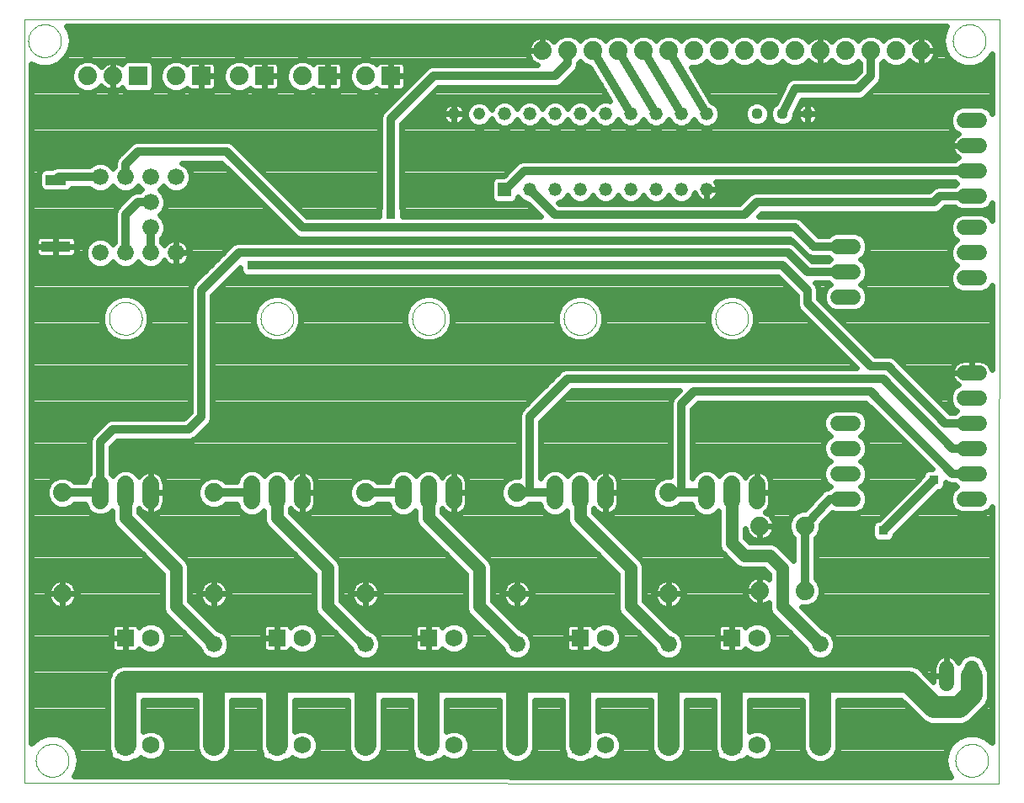
<source format=gtl>
G75*
G70*
%OFA0B0*%
%FSLAX24Y24*%
%IPPOS*%
%LPD*%
%AMOC8*
5,1,8,0,0,1.08239X$1,22.5*
%
%ADD10C,0.0000*%
%ADD11C,0.0660*%
%ADD12C,0.0600*%
%ADD13C,0.0660*%
%ADD14C,0.0740*%
%ADD15R,0.0520X0.0520*%
%ADD16C,0.0520*%
%ADD17C,0.0440*%
%ADD18C,0.0476*%
%ADD19R,0.0787X0.0394*%
%ADD20R,0.1181X0.0433*%
%ADD21C,0.0690*%
%ADD22R,0.0690X0.0690*%
%ADD23R,0.0740X0.0740*%
%ADD24C,0.0240*%
%ADD25R,0.0356X0.0356*%
%ADD26C,0.0320*%
%ADD27C,0.0500*%
%ADD28C,0.0860*%
D10*
X000433Y000333D02*
X000433Y030581D01*
X039029Y030581D01*
X039009Y000303D01*
X000433Y000333D01*
X000883Y001233D02*
X000885Y001283D01*
X000891Y001333D01*
X000901Y001383D01*
X000914Y001431D01*
X000931Y001479D01*
X000952Y001525D01*
X000976Y001569D01*
X001004Y001611D01*
X001035Y001651D01*
X001069Y001688D01*
X001106Y001723D01*
X001145Y001754D01*
X001186Y001783D01*
X001230Y001808D01*
X001276Y001830D01*
X001323Y001848D01*
X001371Y001862D01*
X001420Y001873D01*
X001470Y001880D01*
X001520Y001883D01*
X001571Y001882D01*
X001621Y001877D01*
X001671Y001868D01*
X001719Y001856D01*
X001767Y001839D01*
X001813Y001819D01*
X001858Y001796D01*
X001901Y001769D01*
X001941Y001739D01*
X001979Y001706D01*
X002014Y001670D01*
X002047Y001631D01*
X002076Y001590D01*
X002102Y001547D01*
X002125Y001502D01*
X002144Y001455D01*
X002159Y001407D01*
X002171Y001358D01*
X002179Y001308D01*
X002183Y001258D01*
X002183Y001208D01*
X002179Y001158D01*
X002171Y001108D01*
X002159Y001059D01*
X002144Y001011D01*
X002125Y000964D01*
X002102Y000919D01*
X002076Y000876D01*
X002047Y000835D01*
X002014Y000796D01*
X001979Y000760D01*
X001941Y000727D01*
X001901Y000697D01*
X001858Y000670D01*
X001813Y000647D01*
X001767Y000627D01*
X001719Y000610D01*
X001671Y000598D01*
X001621Y000589D01*
X001571Y000584D01*
X001520Y000583D01*
X001470Y000586D01*
X001420Y000593D01*
X001371Y000604D01*
X001323Y000618D01*
X001276Y000636D01*
X001230Y000658D01*
X001186Y000683D01*
X001145Y000712D01*
X001106Y000743D01*
X001069Y000778D01*
X001035Y000815D01*
X001004Y000855D01*
X000976Y000897D01*
X000952Y000941D01*
X000931Y000987D01*
X000914Y001035D01*
X000901Y001083D01*
X000891Y001133D01*
X000885Y001183D01*
X000883Y001233D01*
X003786Y018736D02*
X003788Y018786D01*
X003794Y018836D01*
X003804Y018886D01*
X003817Y018934D01*
X003834Y018982D01*
X003855Y019028D01*
X003879Y019072D01*
X003907Y019114D01*
X003938Y019154D01*
X003972Y019191D01*
X004009Y019226D01*
X004048Y019257D01*
X004089Y019286D01*
X004133Y019311D01*
X004179Y019333D01*
X004226Y019351D01*
X004274Y019365D01*
X004323Y019376D01*
X004373Y019383D01*
X004423Y019386D01*
X004474Y019385D01*
X004524Y019380D01*
X004574Y019371D01*
X004622Y019359D01*
X004670Y019342D01*
X004716Y019322D01*
X004761Y019299D01*
X004804Y019272D01*
X004844Y019242D01*
X004882Y019209D01*
X004917Y019173D01*
X004950Y019134D01*
X004979Y019093D01*
X005005Y019050D01*
X005028Y019005D01*
X005047Y018958D01*
X005062Y018910D01*
X005074Y018861D01*
X005082Y018811D01*
X005086Y018761D01*
X005086Y018711D01*
X005082Y018661D01*
X005074Y018611D01*
X005062Y018562D01*
X005047Y018514D01*
X005028Y018467D01*
X005005Y018422D01*
X004979Y018379D01*
X004950Y018338D01*
X004917Y018299D01*
X004882Y018263D01*
X004844Y018230D01*
X004804Y018200D01*
X004761Y018173D01*
X004716Y018150D01*
X004670Y018130D01*
X004622Y018113D01*
X004574Y018101D01*
X004524Y018092D01*
X004474Y018087D01*
X004423Y018086D01*
X004373Y018089D01*
X004323Y018096D01*
X004274Y018107D01*
X004226Y018121D01*
X004179Y018139D01*
X004133Y018161D01*
X004089Y018186D01*
X004048Y018215D01*
X004009Y018246D01*
X003972Y018281D01*
X003938Y018318D01*
X003907Y018358D01*
X003879Y018400D01*
X003855Y018444D01*
X003834Y018490D01*
X003817Y018538D01*
X003804Y018586D01*
X003794Y018636D01*
X003788Y018686D01*
X003786Y018736D01*
X009783Y018733D02*
X009785Y018783D01*
X009791Y018833D01*
X009801Y018883D01*
X009814Y018931D01*
X009831Y018979D01*
X009852Y019025D01*
X009876Y019069D01*
X009904Y019111D01*
X009935Y019151D01*
X009969Y019188D01*
X010006Y019223D01*
X010045Y019254D01*
X010086Y019283D01*
X010130Y019308D01*
X010176Y019330D01*
X010223Y019348D01*
X010271Y019362D01*
X010320Y019373D01*
X010370Y019380D01*
X010420Y019383D01*
X010471Y019382D01*
X010521Y019377D01*
X010571Y019368D01*
X010619Y019356D01*
X010667Y019339D01*
X010713Y019319D01*
X010758Y019296D01*
X010801Y019269D01*
X010841Y019239D01*
X010879Y019206D01*
X010914Y019170D01*
X010947Y019131D01*
X010976Y019090D01*
X011002Y019047D01*
X011025Y019002D01*
X011044Y018955D01*
X011059Y018907D01*
X011071Y018858D01*
X011079Y018808D01*
X011083Y018758D01*
X011083Y018708D01*
X011079Y018658D01*
X011071Y018608D01*
X011059Y018559D01*
X011044Y018511D01*
X011025Y018464D01*
X011002Y018419D01*
X010976Y018376D01*
X010947Y018335D01*
X010914Y018296D01*
X010879Y018260D01*
X010841Y018227D01*
X010801Y018197D01*
X010758Y018170D01*
X010713Y018147D01*
X010667Y018127D01*
X010619Y018110D01*
X010571Y018098D01*
X010521Y018089D01*
X010471Y018084D01*
X010420Y018083D01*
X010370Y018086D01*
X010320Y018093D01*
X010271Y018104D01*
X010223Y018118D01*
X010176Y018136D01*
X010130Y018158D01*
X010086Y018183D01*
X010045Y018212D01*
X010006Y018243D01*
X009969Y018278D01*
X009935Y018315D01*
X009904Y018355D01*
X009876Y018397D01*
X009852Y018441D01*
X009831Y018487D01*
X009814Y018535D01*
X009801Y018583D01*
X009791Y018633D01*
X009785Y018683D01*
X009783Y018733D01*
X015783Y018733D02*
X015785Y018783D01*
X015791Y018833D01*
X015801Y018883D01*
X015814Y018931D01*
X015831Y018979D01*
X015852Y019025D01*
X015876Y019069D01*
X015904Y019111D01*
X015935Y019151D01*
X015969Y019188D01*
X016006Y019223D01*
X016045Y019254D01*
X016086Y019283D01*
X016130Y019308D01*
X016176Y019330D01*
X016223Y019348D01*
X016271Y019362D01*
X016320Y019373D01*
X016370Y019380D01*
X016420Y019383D01*
X016471Y019382D01*
X016521Y019377D01*
X016571Y019368D01*
X016619Y019356D01*
X016667Y019339D01*
X016713Y019319D01*
X016758Y019296D01*
X016801Y019269D01*
X016841Y019239D01*
X016879Y019206D01*
X016914Y019170D01*
X016947Y019131D01*
X016976Y019090D01*
X017002Y019047D01*
X017025Y019002D01*
X017044Y018955D01*
X017059Y018907D01*
X017071Y018858D01*
X017079Y018808D01*
X017083Y018758D01*
X017083Y018708D01*
X017079Y018658D01*
X017071Y018608D01*
X017059Y018559D01*
X017044Y018511D01*
X017025Y018464D01*
X017002Y018419D01*
X016976Y018376D01*
X016947Y018335D01*
X016914Y018296D01*
X016879Y018260D01*
X016841Y018227D01*
X016801Y018197D01*
X016758Y018170D01*
X016713Y018147D01*
X016667Y018127D01*
X016619Y018110D01*
X016571Y018098D01*
X016521Y018089D01*
X016471Y018084D01*
X016420Y018083D01*
X016370Y018086D01*
X016320Y018093D01*
X016271Y018104D01*
X016223Y018118D01*
X016176Y018136D01*
X016130Y018158D01*
X016086Y018183D01*
X016045Y018212D01*
X016006Y018243D01*
X015969Y018278D01*
X015935Y018315D01*
X015904Y018355D01*
X015876Y018397D01*
X015852Y018441D01*
X015831Y018487D01*
X015814Y018535D01*
X015801Y018583D01*
X015791Y018633D01*
X015785Y018683D01*
X015783Y018733D01*
X021783Y018733D02*
X021785Y018783D01*
X021791Y018833D01*
X021801Y018883D01*
X021814Y018931D01*
X021831Y018979D01*
X021852Y019025D01*
X021876Y019069D01*
X021904Y019111D01*
X021935Y019151D01*
X021969Y019188D01*
X022006Y019223D01*
X022045Y019254D01*
X022086Y019283D01*
X022130Y019308D01*
X022176Y019330D01*
X022223Y019348D01*
X022271Y019362D01*
X022320Y019373D01*
X022370Y019380D01*
X022420Y019383D01*
X022471Y019382D01*
X022521Y019377D01*
X022571Y019368D01*
X022619Y019356D01*
X022667Y019339D01*
X022713Y019319D01*
X022758Y019296D01*
X022801Y019269D01*
X022841Y019239D01*
X022879Y019206D01*
X022914Y019170D01*
X022947Y019131D01*
X022976Y019090D01*
X023002Y019047D01*
X023025Y019002D01*
X023044Y018955D01*
X023059Y018907D01*
X023071Y018858D01*
X023079Y018808D01*
X023083Y018758D01*
X023083Y018708D01*
X023079Y018658D01*
X023071Y018608D01*
X023059Y018559D01*
X023044Y018511D01*
X023025Y018464D01*
X023002Y018419D01*
X022976Y018376D01*
X022947Y018335D01*
X022914Y018296D01*
X022879Y018260D01*
X022841Y018227D01*
X022801Y018197D01*
X022758Y018170D01*
X022713Y018147D01*
X022667Y018127D01*
X022619Y018110D01*
X022571Y018098D01*
X022521Y018089D01*
X022471Y018084D01*
X022420Y018083D01*
X022370Y018086D01*
X022320Y018093D01*
X022271Y018104D01*
X022223Y018118D01*
X022176Y018136D01*
X022130Y018158D01*
X022086Y018183D01*
X022045Y018212D01*
X022006Y018243D01*
X021969Y018278D01*
X021935Y018315D01*
X021904Y018355D01*
X021876Y018397D01*
X021852Y018441D01*
X021831Y018487D01*
X021814Y018535D01*
X021801Y018583D01*
X021791Y018633D01*
X021785Y018683D01*
X021783Y018733D01*
X027783Y018733D02*
X027785Y018783D01*
X027791Y018833D01*
X027801Y018883D01*
X027814Y018931D01*
X027831Y018979D01*
X027852Y019025D01*
X027876Y019069D01*
X027904Y019111D01*
X027935Y019151D01*
X027969Y019188D01*
X028006Y019223D01*
X028045Y019254D01*
X028086Y019283D01*
X028130Y019308D01*
X028176Y019330D01*
X028223Y019348D01*
X028271Y019362D01*
X028320Y019373D01*
X028370Y019380D01*
X028420Y019383D01*
X028471Y019382D01*
X028521Y019377D01*
X028571Y019368D01*
X028619Y019356D01*
X028667Y019339D01*
X028713Y019319D01*
X028758Y019296D01*
X028801Y019269D01*
X028841Y019239D01*
X028879Y019206D01*
X028914Y019170D01*
X028947Y019131D01*
X028976Y019090D01*
X029002Y019047D01*
X029025Y019002D01*
X029044Y018955D01*
X029059Y018907D01*
X029071Y018858D01*
X029079Y018808D01*
X029083Y018758D01*
X029083Y018708D01*
X029079Y018658D01*
X029071Y018608D01*
X029059Y018559D01*
X029044Y018511D01*
X029025Y018464D01*
X029002Y018419D01*
X028976Y018376D01*
X028947Y018335D01*
X028914Y018296D01*
X028879Y018260D01*
X028841Y018227D01*
X028801Y018197D01*
X028758Y018170D01*
X028713Y018147D01*
X028667Y018127D01*
X028619Y018110D01*
X028571Y018098D01*
X028521Y018089D01*
X028471Y018084D01*
X028420Y018083D01*
X028370Y018086D01*
X028320Y018093D01*
X028271Y018104D01*
X028223Y018118D01*
X028176Y018136D01*
X028130Y018158D01*
X028086Y018183D01*
X028045Y018212D01*
X028006Y018243D01*
X027969Y018278D01*
X027935Y018315D01*
X027904Y018355D01*
X027876Y018397D01*
X027852Y018441D01*
X027831Y018487D01*
X027814Y018535D01*
X027801Y018583D01*
X027791Y018633D01*
X027785Y018683D01*
X027783Y018733D01*
X037183Y029733D02*
X037185Y029783D01*
X037191Y029833D01*
X037201Y029883D01*
X037214Y029931D01*
X037231Y029979D01*
X037252Y030025D01*
X037276Y030069D01*
X037304Y030111D01*
X037335Y030151D01*
X037369Y030188D01*
X037406Y030223D01*
X037445Y030254D01*
X037486Y030283D01*
X037530Y030308D01*
X037576Y030330D01*
X037623Y030348D01*
X037671Y030362D01*
X037720Y030373D01*
X037770Y030380D01*
X037820Y030383D01*
X037871Y030382D01*
X037921Y030377D01*
X037971Y030368D01*
X038019Y030356D01*
X038067Y030339D01*
X038113Y030319D01*
X038158Y030296D01*
X038201Y030269D01*
X038241Y030239D01*
X038279Y030206D01*
X038314Y030170D01*
X038347Y030131D01*
X038376Y030090D01*
X038402Y030047D01*
X038425Y030002D01*
X038444Y029955D01*
X038459Y029907D01*
X038471Y029858D01*
X038479Y029808D01*
X038483Y029758D01*
X038483Y029708D01*
X038479Y029658D01*
X038471Y029608D01*
X038459Y029559D01*
X038444Y029511D01*
X038425Y029464D01*
X038402Y029419D01*
X038376Y029376D01*
X038347Y029335D01*
X038314Y029296D01*
X038279Y029260D01*
X038241Y029227D01*
X038201Y029197D01*
X038158Y029170D01*
X038113Y029147D01*
X038067Y029127D01*
X038019Y029110D01*
X037971Y029098D01*
X037921Y029089D01*
X037871Y029084D01*
X037820Y029083D01*
X037770Y029086D01*
X037720Y029093D01*
X037671Y029104D01*
X037623Y029118D01*
X037576Y029136D01*
X037530Y029158D01*
X037486Y029183D01*
X037445Y029212D01*
X037406Y029243D01*
X037369Y029278D01*
X037335Y029315D01*
X037304Y029355D01*
X037276Y029397D01*
X037252Y029441D01*
X037231Y029487D01*
X037214Y029535D01*
X037201Y029583D01*
X037191Y029633D01*
X037185Y029683D01*
X037183Y029733D01*
X000583Y029733D02*
X000585Y029783D01*
X000591Y029833D01*
X000601Y029883D01*
X000614Y029931D01*
X000631Y029979D01*
X000652Y030025D01*
X000676Y030069D01*
X000704Y030111D01*
X000735Y030151D01*
X000769Y030188D01*
X000806Y030223D01*
X000845Y030254D01*
X000886Y030283D01*
X000930Y030308D01*
X000976Y030330D01*
X001023Y030348D01*
X001071Y030362D01*
X001120Y030373D01*
X001170Y030380D01*
X001220Y030383D01*
X001271Y030382D01*
X001321Y030377D01*
X001371Y030368D01*
X001419Y030356D01*
X001467Y030339D01*
X001513Y030319D01*
X001558Y030296D01*
X001601Y030269D01*
X001641Y030239D01*
X001679Y030206D01*
X001714Y030170D01*
X001747Y030131D01*
X001776Y030090D01*
X001802Y030047D01*
X001825Y030002D01*
X001844Y029955D01*
X001859Y029907D01*
X001871Y029858D01*
X001879Y029808D01*
X001883Y029758D01*
X001883Y029708D01*
X001879Y029658D01*
X001871Y029608D01*
X001859Y029559D01*
X001844Y029511D01*
X001825Y029464D01*
X001802Y029419D01*
X001776Y029376D01*
X001747Y029335D01*
X001714Y029296D01*
X001679Y029260D01*
X001641Y029227D01*
X001601Y029197D01*
X001558Y029170D01*
X001513Y029147D01*
X001467Y029127D01*
X001419Y029110D01*
X001371Y029098D01*
X001321Y029089D01*
X001271Y029084D01*
X001220Y029083D01*
X001170Y029086D01*
X001120Y029093D01*
X001071Y029104D01*
X001023Y029118D01*
X000976Y029136D01*
X000930Y029158D01*
X000886Y029183D01*
X000845Y029212D01*
X000806Y029243D01*
X000769Y029278D01*
X000735Y029315D01*
X000704Y029355D01*
X000676Y029397D01*
X000652Y029441D01*
X000631Y029487D01*
X000614Y029535D01*
X000601Y029583D01*
X000591Y029633D01*
X000585Y029683D01*
X000583Y029733D01*
X037283Y001233D02*
X037285Y001283D01*
X037291Y001333D01*
X037301Y001383D01*
X037314Y001431D01*
X037331Y001479D01*
X037352Y001525D01*
X037376Y001569D01*
X037404Y001611D01*
X037435Y001651D01*
X037469Y001688D01*
X037506Y001723D01*
X037545Y001754D01*
X037586Y001783D01*
X037630Y001808D01*
X037676Y001830D01*
X037723Y001848D01*
X037771Y001862D01*
X037820Y001873D01*
X037870Y001880D01*
X037920Y001883D01*
X037971Y001882D01*
X038021Y001877D01*
X038071Y001868D01*
X038119Y001856D01*
X038167Y001839D01*
X038213Y001819D01*
X038258Y001796D01*
X038301Y001769D01*
X038341Y001739D01*
X038379Y001706D01*
X038414Y001670D01*
X038447Y001631D01*
X038476Y001590D01*
X038502Y001547D01*
X038525Y001502D01*
X038544Y001455D01*
X038559Y001407D01*
X038571Y001358D01*
X038579Y001308D01*
X038583Y001258D01*
X038583Y001208D01*
X038579Y001158D01*
X038571Y001108D01*
X038559Y001059D01*
X038544Y001011D01*
X038525Y000964D01*
X038502Y000919D01*
X038476Y000876D01*
X038447Y000835D01*
X038414Y000796D01*
X038379Y000760D01*
X038341Y000727D01*
X038301Y000697D01*
X038258Y000670D01*
X038213Y000647D01*
X038167Y000627D01*
X038119Y000610D01*
X038071Y000598D01*
X038021Y000589D01*
X037971Y000584D01*
X037920Y000583D01*
X037870Y000586D01*
X037820Y000593D01*
X037771Y000604D01*
X037723Y000618D01*
X037676Y000636D01*
X037630Y000658D01*
X037586Y000683D01*
X037545Y000712D01*
X037506Y000743D01*
X037469Y000778D01*
X037435Y000815D01*
X037404Y000855D01*
X037376Y000897D01*
X037352Y000941D01*
X037331Y000987D01*
X037314Y001035D01*
X037301Y001083D01*
X037291Y001133D01*
X037285Y001183D01*
X037283Y001233D01*
D11*
X029433Y011503D02*
X029433Y012163D01*
X028433Y012163D02*
X028433Y011503D01*
X027433Y011503D02*
X027433Y012163D01*
X023433Y012163D02*
X023433Y011503D01*
X022433Y011503D02*
X022433Y012163D01*
X021433Y012163D02*
X021433Y011503D01*
X017433Y011503D02*
X017433Y012163D01*
X016433Y012163D02*
X016433Y011503D01*
X015433Y011503D02*
X015433Y012163D01*
X011433Y012163D02*
X011433Y011503D01*
X010433Y011503D02*
X010433Y012163D01*
X009433Y012163D02*
X009433Y011503D01*
X005436Y011506D02*
X005436Y012166D01*
X004436Y012166D02*
X004436Y011506D01*
X003436Y011506D02*
X003436Y012166D01*
D12*
X032629Y012580D02*
X033229Y012580D01*
X033229Y011580D02*
X032629Y011580D01*
X032629Y013580D02*
X033229Y013580D01*
X033229Y014580D02*
X032629Y014580D01*
X037633Y014583D02*
X038233Y014583D01*
X038233Y015583D02*
X037633Y015583D01*
X037633Y016583D02*
X038233Y016583D01*
X038233Y013583D02*
X037633Y013583D01*
X037633Y012583D02*
X038233Y012583D01*
X038233Y011583D02*
X037633Y011583D01*
X037936Y004888D02*
X037936Y004288D01*
X036936Y004288D02*
X036936Y004888D01*
X033233Y019583D02*
X032633Y019583D01*
X032633Y020583D02*
X033233Y020583D01*
X033233Y021583D02*
X032633Y021583D01*
X037633Y021333D02*
X038233Y021333D01*
X038233Y020333D02*
X037633Y020333D01*
X037633Y022333D02*
X038233Y022333D01*
X038233Y023583D02*
X037633Y023583D01*
X037633Y024583D02*
X038233Y024583D01*
X038233Y025583D02*
X037633Y025583D01*
X037633Y026583D02*
X038233Y026583D01*
D13*
X031933Y005833D03*
X031933Y001833D03*
X025933Y001833D03*
X025933Y005833D03*
X019933Y005833D03*
X019933Y001833D03*
X013933Y001833D03*
X013933Y005833D03*
X007940Y005837D03*
X007940Y001837D03*
X006433Y021333D03*
X005433Y021333D03*
X004433Y021333D03*
X003433Y021333D03*
X005433Y022333D03*
X005433Y023333D03*
X005433Y024333D03*
X004433Y024333D03*
X003433Y024333D03*
X006433Y024333D03*
D14*
X006433Y028333D03*
X003933Y028333D03*
X002933Y028333D03*
X008933Y028333D03*
X011433Y028333D03*
X013933Y028333D03*
X020933Y029333D03*
X021933Y029333D03*
X022933Y029333D03*
X023933Y029333D03*
X024933Y029333D03*
X025933Y029333D03*
X026933Y029333D03*
X027933Y029333D03*
X028933Y029333D03*
X029933Y029333D03*
X030933Y029333D03*
X031933Y029333D03*
X032933Y029333D03*
X033933Y029333D03*
X034933Y029333D03*
X035933Y029333D03*
X025933Y011833D03*
X029543Y010513D03*
X031323Y010513D03*
X031323Y007953D03*
X029543Y007953D03*
X025933Y007833D03*
X019933Y007833D03*
X019933Y011833D03*
X013933Y011833D03*
X013933Y007833D03*
X007933Y007833D03*
X007933Y011833D03*
X001936Y011833D03*
X001936Y007833D03*
D15*
X019433Y023833D03*
D16*
X020433Y023833D03*
X021433Y023833D03*
X022433Y023833D03*
X023433Y023833D03*
X024433Y023833D03*
X025433Y023833D03*
X026433Y023833D03*
X027433Y023833D03*
X027433Y026833D03*
X026433Y026833D03*
X025433Y026833D03*
X024433Y026833D03*
X023433Y026833D03*
X022433Y026833D03*
X021433Y026833D03*
X020433Y026833D03*
X019433Y026833D03*
D17*
X029433Y026833D03*
X030433Y026833D03*
X031433Y026833D03*
D18*
X018433Y026833D03*
X017433Y026833D03*
D19*
X001683Y024224D03*
D20*
X001683Y021587D03*
D21*
X005433Y006083D03*
X005433Y001833D03*
X011433Y001833D03*
X011433Y006083D03*
X017433Y006083D03*
X017433Y001833D03*
X023433Y001833D03*
X023433Y006083D03*
X029433Y006083D03*
X029433Y001833D03*
D22*
X028433Y001833D03*
X028433Y006083D03*
X022433Y006083D03*
X022433Y001833D03*
X016433Y001833D03*
X016433Y006083D03*
X010433Y006083D03*
X010433Y001833D03*
X004433Y001833D03*
X004433Y006083D03*
D23*
X004933Y028333D03*
X007433Y028333D03*
X009933Y028333D03*
X012433Y028333D03*
X014933Y028333D03*
D24*
X014933Y028923D01*
X014534Y028923D01*
X014478Y028908D01*
X014428Y028879D01*
X014387Y028838D01*
X014373Y028812D01*
X014302Y028884D01*
X014063Y028983D01*
X013804Y028983D01*
X013565Y028884D01*
X013382Y028701D01*
X013283Y028462D01*
X013283Y028203D01*
X013382Y027964D01*
X013565Y027782D01*
X013804Y027683D01*
X014063Y027683D01*
X014302Y027782D01*
X014373Y027853D01*
X014387Y027828D01*
X014428Y027787D01*
X014478Y027758D01*
X014534Y027743D01*
X014933Y027743D01*
X014933Y028332D01*
X014934Y028332D01*
X014934Y028333D01*
X015523Y028333D01*
X015523Y028732D01*
X015508Y028788D01*
X015479Y028838D01*
X015438Y028879D01*
X015388Y028908D01*
X015332Y028923D01*
X014934Y028923D01*
X014934Y028333D01*
X014933Y028333D01*
X014934Y028332D02*
X015523Y028332D01*
X015523Y027934D01*
X015508Y027878D01*
X015479Y027828D01*
X015438Y027787D01*
X015388Y027758D01*
X015332Y027743D01*
X014934Y027743D01*
X014934Y028332D01*
X014933Y028242D02*
X014934Y028242D01*
X014933Y028004D02*
X014934Y028004D01*
X014933Y027765D02*
X014934Y027765D01*
X015205Y027527D02*
X000713Y027527D01*
X000713Y027765D02*
X002605Y027765D01*
X002565Y027782D02*
X002804Y027683D01*
X003063Y027683D01*
X003302Y027782D01*
X003477Y027957D01*
X003483Y027948D01*
X003549Y027883D01*
X003624Y027828D01*
X003707Y027786D01*
X003795Y027757D01*
X003887Y027743D01*
X003933Y027743D01*
X003933Y028332D01*
X003934Y028332D01*
X003934Y027743D01*
X003980Y027743D01*
X004072Y027757D01*
X004160Y027786D01*
X004243Y027828D01*
X004299Y027869D01*
X004326Y027804D01*
X004405Y027725D01*
X004508Y027683D01*
X005359Y027683D01*
X005462Y027725D01*
X005541Y027804D01*
X005583Y027907D01*
X005583Y028758D01*
X005541Y028861D01*
X005462Y028940D01*
X005359Y028983D01*
X004508Y028983D01*
X004405Y028940D01*
X004326Y028861D01*
X004299Y028796D01*
X004243Y028837D01*
X004160Y028879D01*
X004072Y028908D01*
X003980Y028923D01*
X003934Y028923D01*
X003934Y028333D01*
X003933Y028333D01*
X003933Y028923D01*
X003887Y028923D01*
X003795Y028908D01*
X003707Y028879D01*
X003624Y028837D01*
X003549Y028783D01*
X003483Y028717D01*
X003477Y028708D01*
X003302Y028884D01*
X003063Y028983D01*
X002804Y028983D01*
X002565Y028884D01*
X002382Y028701D01*
X002283Y028462D01*
X002283Y028203D01*
X002382Y027964D01*
X002565Y027782D01*
X002366Y028004D02*
X000713Y028004D01*
X000713Y028242D02*
X002283Y028242D01*
X002291Y028481D02*
X000713Y028481D01*
X000713Y028719D02*
X000948Y028719D01*
X001048Y028683D02*
X001048Y028683D01*
X000713Y028805D01*
X000713Y001912D01*
X000717Y001918D01*
X000717Y001918D01*
X001000Y002156D01*
X001000Y002156D01*
X001348Y002283D01*
X001348Y002283D01*
X001470Y002283D01*
X001500Y002283D01*
X001533Y002283D01*
X001597Y002283D01*
X001718Y002283D01*
X001719Y002283D01*
X002066Y002156D01*
X002066Y002156D01*
X002350Y001918D01*
X002350Y001918D01*
X002535Y001597D01*
X002535Y001597D01*
X002600Y001233D01*
X002535Y000868D01*
X002535Y000868D01*
X002387Y000611D01*
X037095Y000584D01*
X036931Y000868D01*
X036931Y000868D01*
X036867Y001233D01*
X036867Y001233D01*
X036931Y001597D01*
X037117Y001918D01*
X037117Y001918D01*
X037400Y002156D01*
X037400Y002156D01*
X037748Y002283D01*
X037748Y002283D01*
X037870Y002283D01*
X037933Y002283D01*
X037933Y002283D01*
X037997Y002283D01*
X038118Y002283D01*
X038119Y002283D01*
X038466Y002156D01*
X038466Y002156D01*
X038730Y001935D01*
X038736Y011280D01*
X038725Y011254D01*
X038562Y011091D01*
X038349Y011003D01*
X037518Y011003D01*
X037305Y011091D01*
X037142Y011254D01*
X037053Y011467D01*
X037053Y011698D01*
X037142Y011911D01*
X037305Y012074D01*
X037325Y012083D01*
X037305Y012091D01*
X037253Y012143D01*
X037096Y012143D01*
X036934Y012210D01*
X036891Y012252D01*
X036891Y012099D01*
X036849Y011996D01*
X036770Y011917D01*
X036667Y011874D01*
X036598Y011874D01*
X034891Y010168D01*
X034891Y010099D01*
X034849Y009996D01*
X034770Y009917D01*
X034667Y009874D01*
X034200Y009874D01*
X034097Y009917D01*
X034018Y009996D01*
X033975Y010099D01*
X033975Y010566D01*
X034018Y010669D01*
X034097Y010748D01*
X034200Y010791D01*
X034269Y010791D01*
X035975Y012497D01*
X035975Y012566D01*
X036018Y012669D01*
X036097Y012748D01*
X036200Y012791D01*
X036353Y012791D01*
X033751Y015393D01*
X027116Y015393D01*
X026873Y015150D01*
X026873Y012404D01*
X026916Y012508D01*
X027088Y012680D01*
X027312Y012773D01*
X027555Y012773D01*
X027779Y012680D01*
X027933Y012525D01*
X028088Y012680D01*
X028312Y012773D01*
X028555Y012773D01*
X028779Y012680D01*
X028950Y012508D01*
X028970Y012461D01*
X029014Y012521D01*
X029075Y012582D01*
X029145Y012633D01*
X029222Y012672D01*
X029305Y012699D01*
X029390Y012713D01*
X029433Y012713D01*
X029433Y011833D01*
X029434Y011833D01*
X029983Y011833D01*
X029983Y012206D01*
X029970Y012291D01*
X029943Y012374D01*
X029904Y012451D01*
X029853Y012521D01*
X029792Y012582D01*
X029722Y012633D01*
X029644Y012672D01*
X029562Y012699D01*
X029477Y012713D01*
X029434Y012713D01*
X029434Y011833D01*
X029434Y011832D01*
X029983Y011832D01*
X029983Y011459D01*
X029970Y011374D01*
X029943Y011291D01*
X029904Y011214D01*
X029853Y011144D01*
X029792Y011083D01*
X029762Y011062D01*
X029770Y011059D01*
X029853Y011017D01*
X029928Y010963D01*
X029993Y010897D01*
X030048Y010822D01*
X030090Y010739D01*
X030119Y010651D01*
X030133Y010559D01*
X030133Y010513D01*
X029544Y010513D01*
X029544Y010512D01*
X030133Y010512D01*
X030133Y010466D01*
X030119Y010374D01*
X030090Y010286D01*
X030048Y010203D01*
X029993Y010128D01*
X029928Y010063D01*
X029853Y010008D01*
X029770Y009966D01*
X029682Y009937D01*
X029590Y009923D01*
X029544Y009923D01*
X029544Y010512D01*
X029543Y010512D01*
X029543Y009923D01*
X029497Y009923D01*
X029405Y009937D01*
X029317Y009966D01*
X029234Y010008D01*
X029159Y010063D01*
X029093Y010128D01*
X029039Y010203D01*
X028997Y010286D01*
X028968Y010374D01*
X028963Y010403D01*
X028963Y010052D01*
X029153Y009863D01*
X029828Y009863D01*
X030039Y009863D01*
X030234Y009782D01*
X030883Y009133D01*
X030883Y009131D01*
X030883Y010033D01*
X030772Y010144D01*
X030673Y010383D01*
X030673Y010642D01*
X030772Y010881D01*
X030955Y011064D01*
X031194Y011163D01*
X031319Y011163D01*
X031914Y011819D01*
X031918Y011829D01*
X031972Y011884D01*
X032024Y011941D01*
X032034Y011945D01*
X032042Y011953D01*
X032113Y011983D01*
X032182Y012015D01*
X032193Y012016D01*
X032203Y012020D01*
X032248Y012020D01*
X032300Y012072D01*
X032320Y012080D01*
X032300Y012089D01*
X032137Y012252D01*
X032049Y012465D01*
X032049Y012696D01*
X032137Y012909D01*
X032300Y013072D01*
X032320Y013080D01*
X032300Y013089D01*
X032137Y013252D01*
X032049Y013465D01*
X032049Y013696D01*
X032137Y013909D01*
X032300Y014072D01*
X032320Y014080D01*
X032300Y014089D01*
X032137Y014252D01*
X032049Y014465D01*
X032049Y014696D01*
X032137Y014909D01*
X032300Y015072D01*
X032513Y015160D01*
X033344Y015160D01*
X033557Y015072D01*
X033720Y014909D01*
X033809Y014696D01*
X033809Y014465D01*
X033720Y014252D01*
X033557Y014089D01*
X033537Y014080D01*
X033557Y014072D01*
X033720Y013909D01*
X033809Y013696D01*
X033809Y013465D01*
X033720Y013252D01*
X033557Y013089D01*
X033537Y013080D01*
X033557Y013072D01*
X033720Y012909D01*
X033809Y012696D01*
X033809Y012465D01*
X033720Y012252D01*
X033557Y012089D01*
X033537Y012080D01*
X033557Y012072D01*
X033720Y011909D01*
X033809Y011696D01*
X033809Y011465D01*
X033720Y011252D01*
X033557Y011089D01*
X033344Y011000D01*
X032513Y011000D01*
X032401Y011047D01*
X031973Y010575D01*
X031973Y010383D01*
X031874Y010144D01*
X031763Y010033D01*
X031763Y008432D01*
X031874Y008321D01*
X031973Y008082D01*
X031973Y007823D01*
X031874Y007584D01*
X031692Y007402D01*
X031453Y007303D01*
X031213Y007303D01*
X032086Y006430D01*
X032279Y006350D01*
X032450Y006178D01*
X032543Y005954D01*
X032543Y005711D01*
X032450Y005487D01*
X032279Y005315D01*
X032055Y005223D01*
X031812Y005223D01*
X031588Y005315D01*
X031416Y005487D01*
X031336Y005680D01*
X029984Y007032D01*
X029903Y007227D01*
X029903Y007438D01*
X029903Y007485D01*
X029853Y007448D01*
X029770Y007406D01*
X029682Y007377D01*
X029590Y007363D01*
X029544Y007363D01*
X029544Y007952D01*
X029543Y007952D01*
X029543Y007363D01*
X029497Y007363D01*
X029405Y007377D01*
X029317Y007406D01*
X029234Y007448D01*
X029159Y007503D01*
X029093Y007568D01*
X029039Y007643D01*
X028997Y007726D01*
X028968Y007814D01*
X028953Y007906D01*
X028953Y007952D01*
X029543Y007952D01*
X029543Y007953D01*
X029543Y008543D01*
X029497Y008543D01*
X029405Y008528D01*
X029317Y008499D01*
X029234Y008457D01*
X029159Y008403D01*
X029093Y008337D01*
X029039Y008262D01*
X028997Y008179D01*
X028968Y008091D01*
X028953Y007999D01*
X028953Y007953D01*
X029543Y007953D01*
X029544Y007953D01*
X029544Y008543D01*
X029590Y008543D01*
X029682Y008528D01*
X029770Y008499D01*
X029853Y008457D01*
X029903Y008420D01*
X029903Y008613D01*
X029714Y008803D01*
X028828Y008803D01*
X028633Y008883D01*
X028484Y009032D01*
X027984Y009532D01*
X027903Y009727D01*
X027903Y009938D01*
X027903Y011110D01*
X027779Y010985D01*
X027555Y010893D01*
X027312Y010893D01*
X027088Y010985D01*
X026916Y011157D01*
X026823Y011381D01*
X026823Y011393D01*
X026521Y011393D01*
X026413Y011393D01*
X026302Y011282D01*
X026063Y011183D01*
X025804Y011183D01*
X025565Y011282D01*
X025382Y011464D01*
X025283Y011703D01*
X025283Y011962D01*
X025382Y012201D01*
X025565Y012384D01*
X025804Y012483D01*
X025993Y012483D01*
X025993Y015420D01*
X026060Y015582D01*
X026184Y015706D01*
X026371Y015893D01*
X022116Y015893D01*
X020873Y014650D01*
X020873Y012404D01*
X020916Y012508D01*
X021088Y012680D01*
X021312Y012773D01*
X021555Y012773D01*
X021779Y012680D01*
X021933Y012525D01*
X022088Y012680D01*
X022312Y012773D01*
X022555Y012773D01*
X022779Y012680D01*
X022950Y012508D01*
X022970Y012461D01*
X023014Y012521D01*
X023075Y012582D01*
X023145Y012633D01*
X023222Y012672D01*
X023305Y012699D01*
X023390Y012713D01*
X023433Y012713D01*
X023433Y011833D01*
X023434Y011833D01*
X023983Y011833D01*
X023983Y012206D01*
X023970Y012291D01*
X023943Y012374D01*
X023904Y012451D01*
X023853Y012521D01*
X023792Y012582D01*
X023722Y012633D01*
X023644Y012672D01*
X023562Y012699D01*
X023477Y012713D01*
X023434Y012713D01*
X023434Y011833D01*
X023434Y011832D01*
X023983Y011832D01*
X023983Y011459D01*
X023970Y011374D01*
X023943Y011291D01*
X023904Y011214D01*
X023853Y011144D01*
X023792Y011083D01*
X023722Y011032D01*
X023644Y010993D01*
X023562Y010966D01*
X023477Y010953D01*
X023434Y010953D01*
X023434Y011832D01*
X023433Y011832D01*
X023433Y010953D01*
X023390Y010953D01*
X023305Y010966D01*
X023222Y010993D01*
X023145Y011032D01*
X023075Y011083D01*
X023014Y011144D01*
X022970Y011205D01*
X022963Y011188D01*
X022963Y011052D01*
X024734Y009282D01*
X024883Y009133D01*
X024963Y008938D01*
X024963Y007552D01*
X026086Y006430D01*
X026279Y006350D01*
X026450Y006178D01*
X026543Y005954D01*
X026543Y005711D01*
X026450Y005487D01*
X026279Y005315D01*
X026055Y005223D01*
X025812Y005223D01*
X025588Y005315D01*
X025416Y005487D01*
X025336Y005680D01*
X023984Y007032D01*
X023903Y007227D01*
X023903Y007438D01*
X023903Y008613D01*
X021984Y010532D01*
X021903Y010727D01*
X021903Y010938D01*
X021903Y011110D01*
X021779Y010985D01*
X021555Y010893D01*
X021312Y010893D01*
X021088Y010985D01*
X020916Y011157D01*
X020823Y011381D01*
X020823Y011393D01*
X020521Y011393D01*
X020413Y011393D01*
X020302Y011282D01*
X020063Y011183D01*
X019804Y011183D01*
X019565Y011282D01*
X019382Y011464D01*
X019283Y011703D01*
X019283Y011962D01*
X019382Y012201D01*
X019565Y012384D01*
X019804Y012483D01*
X019993Y012483D01*
X019993Y014920D01*
X020060Y015082D01*
X020184Y015206D01*
X021684Y016706D01*
X021846Y016773D01*
X022021Y016773D01*
X033371Y016773D01*
X031060Y019083D01*
X030993Y019245D01*
X030993Y019420D01*
X030993Y019650D01*
X030251Y020393D01*
X009711Y020393D01*
X009667Y020374D01*
X009200Y020374D01*
X009097Y020417D01*
X009018Y020496D01*
X008975Y020599D01*
X008975Y020752D01*
X007873Y019650D01*
X007873Y014920D01*
X007873Y014745D01*
X007806Y014583D01*
X007306Y014083D01*
X007183Y013960D01*
X007021Y013893D01*
X004116Y013893D01*
X003876Y013653D01*
X003876Y012589D01*
X003936Y012529D01*
X004090Y012683D01*
X004315Y012776D01*
X004557Y012776D01*
X004781Y012683D01*
X004953Y012512D01*
X004973Y012464D01*
X005016Y012524D01*
X005078Y012586D01*
X005148Y012636D01*
X005225Y012676D01*
X005307Y012702D01*
X005393Y012716D01*
X005436Y012716D01*
X005436Y011836D01*
X005436Y010956D01*
X005479Y010956D01*
X005565Y010970D01*
X005647Y010996D01*
X005724Y011036D01*
X005794Y011087D01*
X005855Y011148D01*
X005906Y011218D01*
X005946Y011295D01*
X005972Y011377D01*
X005986Y011463D01*
X005986Y011836D01*
X005436Y011836D01*
X005436Y011836D01*
X005436Y011836D01*
X005436Y010956D01*
X005393Y010956D01*
X005307Y010970D01*
X005225Y010996D01*
X005148Y011036D01*
X005078Y011087D01*
X005016Y011148D01*
X004973Y011208D01*
X004963Y011185D01*
X004963Y011052D01*
X006734Y009282D01*
X006883Y009133D01*
X006963Y008938D01*
X006963Y007552D01*
X008073Y006443D01*
X008286Y006354D01*
X008457Y006183D01*
X008550Y005959D01*
X008550Y005716D01*
X008457Y005492D01*
X008286Y005320D01*
X008062Y005227D01*
X007819Y005227D01*
X007595Y005320D01*
X007423Y005492D01*
X007351Y005665D01*
X005984Y007032D01*
X005903Y007227D01*
X005903Y007438D01*
X005903Y008613D01*
X003984Y010532D01*
X003903Y010727D01*
X003903Y010938D01*
X003903Y011111D01*
X003781Y010989D01*
X003557Y010896D01*
X003315Y010896D01*
X003090Y010989D01*
X002919Y011161D01*
X002826Y011385D01*
X002826Y011393D01*
X002415Y011393D01*
X002304Y011282D01*
X002065Y011183D01*
X001806Y011183D01*
X001568Y011282D01*
X001385Y011465D01*
X001286Y011704D01*
X001286Y011963D01*
X001385Y012202D01*
X001568Y012384D01*
X001806Y012483D01*
X002065Y012483D01*
X002304Y012384D01*
X002415Y012273D01*
X002826Y012273D01*
X002826Y012287D01*
X002919Y012512D01*
X002996Y012589D01*
X002996Y013923D01*
X003063Y014084D01*
X003187Y014208D01*
X003684Y014706D01*
X003846Y014773D01*
X004021Y014773D01*
X006751Y014773D01*
X006993Y015015D01*
X006993Y019920D01*
X007060Y020082D01*
X007184Y020206D01*
X008684Y021706D01*
X008846Y021773D01*
X009021Y021773D01*
X030771Y021773D01*
X030933Y021706D01*
X031056Y021582D01*
X031616Y021023D01*
X032253Y021023D01*
X032305Y021074D01*
X032325Y021083D01*
X032305Y021091D01*
X032253Y021143D01*
X031771Y021143D01*
X031596Y021143D01*
X031434Y021210D01*
X030751Y021893D01*
X011346Y021893D01*
X011184Y021960D01*
X011060Y022083D01*
X011060Y022083D01*
X008251Y024893D01*
X006675Y024893D01*
X006779Y024850D01*
X006950Y024678D01*
X007043Y024454D01*
X007043Y024211D01*
X006950Y023987D01*
X006779Y023815D01*
X006555Y023723D01*
X006312Y023723D01*
X006088Y023815D01*
X005933Y023970D01*
X005796Y023833D01*
X005950Y023678D01*
X006043Y023454D01*
X006043Y023211D01*
X005950Y022987D01*
X005796Y022833D01*
X005950Y022678D01*
X006043Y022454D01*
X006043Y022211D01*
X005950Y021987D01*
X005873Y021910D01*
X005873Y021755D01*
X005950Y021678D01*
X005970Y021631D01*
X006014Y021691D01*
X006075Y021752D01*
X006145Y021803D01*
X006222Y021842D01*
X006305Y021869D01*
X006390Y021883D01*
X006433Y021883D01*
X006433Y021333D01*
X006434Y021333D01*
X006983Y021333D01*
X006983Y021376D01*
X006970Y021461D01*
X006943Y021544D01*
X006904Y021621D01*
X006853Y021691D01*
X006792Y021752D01*
X006722Y021803D01*
X006644Y021842D01*
X006562Y021869D01*
X006477Y021883D01*
X006434Y021883D01*
X006434Y021333D01*
X006434Y021332D01*
X006983Y021332D01*
X006983Y021289D01*
X006970Y021204D01*
X006943Y021121D01*
X006904Y021044D01*
X006853Y020974D01*
X006792Y020913D01*
X006722Y020862D01*
X006644Y020823D01*
X006562Y020796D01*
X006477Y020783D01*
X006434Y020783D01*
X006434Y021332D01*
X006433Y021332D01*
X006433Y020783D01*
X006390Y020783D01*
X006305Y020796D01*
X006222Y020823D01*
X006145Y020862D01*
X006075Y020913D01*
X006014Y020974D01*
X005970Y021035D01*
X005950Y020987D01*
X005779Y020815D01*
X005555Y020723D01*
X005312Y020723D01*
X005088Y020815D01*
X004933Y020970D01*
X004779Y020815D01*
X004555Y020723D01*
X004312Y020723D01*
X004088Y020815D01*
X003933Y020970D01*
X003779Y020815D01*
X003555Y020723D01*
X003312Y020723D01*
X003088Y020815D01*
X002916Y020987D01*
X002823Y021211D01*
X002823Y021454D01*
X002916Y021678D01*
X003088Y021850D01*
X003312Y021943D01*
X003555Y021943D01*
X003779Y021850D01*
X003933Y021695D01*
X003993Y021755D01*
X003993Y022920D01*
X004060Y023082D01*
X004184Y023206D01*
X004184Y023206D01*
X004684Y023706D01*
X004846Y023773D01*
X005011Y023773D01*
X005071Y023833D01*
X004933Y023970D01*
X004779Y023815D01*
X004555Y023723D01*
X004312Y023723D01*
X004088Y023815D01*
X003933Y023970D01*
X003779Y023815D01*
X003555Y023723D01*
X003312Y023723D01*
X003088Y023815D01*
X003011Y023893D01*
X002324Y023893D01*
X002314Y023869D01*
X002236Y023790D01*
X002133Y023747D01*
X001234Y023747D01*
X001131Y023790D01*
X001052Y023869D01*
X001010Y023972D01*
X001010Y024477D01*
X001052Y024580D01*
X001131Y024659D01*
X001234Y024701D01*
X001538Y024701D01*
X001542Y024706D01*
X001704Y024773D01*
X003011Y024773D01*
X003088Y024850D01*
X003312Y024943D01*
X003555Y024943D01*
X003779Y024850D01*
X003933Y024695D01*
X003993Y024755D01*
X003993Y024920D01*
X004060Y025082D01*
X004184Y025206D01*
X004184Y025206D01*
X004560Y025582D01*
X004560Y025582D01*
X004684Y025706D01*
X004846Y025773D01*
X008346Y025773D01*
X008521Y025773D01*
X008683Y025706D01*
X011616Y022773D01*
X014475Y022773D01*
X014475Y023066D01*
X014493Y023110D01*
X014493Y026720D01*
X014560Y026882D01*
X014684Y027006D01*
X014684Y027006D01*
X016260Y028582D01*
X016260Y028582D01*
X016384Y028706D01*
X016546Y028773D01*
X020748Y028773D01*
X020707Y028786D01*
X020624Y028828D01*
X020549Y028883D01*
X020483Y028948D01*
X020429Y029023D01*
X020387Y029106D01*
X020358Y029194D01*
X020343Y029286D01*
X020343Y029332D01*
X020933Y029332D01*
X020933Y029333D01*
X020933Y029923D01*
X020887Y029923D01*
X020795Y029908D01*
X020707Y029879D01*
X020624Y029837D01*
X020549Y029783D01*
X020483Y029717D01*
X020429Y029642D01*
X020387Y029559D01*
X020358Y029471D01*
X020343Y029379D01*
X020343Y029333D01*
X020933Y029333D01*
X020934Y029333D01*
X020934Y029923D01*
X020980Y029923D01*
X021072Y029908D01*
X021160Y029879D01*
X021243Y029837D01*
X021318Y029783D01*
X021383Y029717D01*
X021390Y029708D01*
X021565Y029884D01*
X021804Y029983D01*
X022063Y029983D01*
X022302Y029884D01*
X022433Y029752D01*
X022565Y029884D01*
X022804Y029983D01*
X023063Y029983D01*
X023302Y029884D01*
X023433Y029752D01*
X023565Y029884D01*
X023804Y029983D01*
X024063Y029983D01*
X024302Y029884D01*
X024433Y029752D01*
X024565Y029884D01*
X024804Y029983D01*
X025063Y029983D01*
X025302Y029884D01*
X025433Y029752D01*
X025565Y029884D01*
X025804Y029983D01*
X026063Y029983D01*
X026302Y029884D01*
X026433Y029752D01*
X026565Y029884D01*
X026804Y029983D01*
X027063Y029983D01*
X027302Y029884D01*
X027433Y029752D01*
X027565Y029884D01*
X027804Y029983D01*
X028063Y029983D01*
X028302Y029884D01*
X028433Y029752D01*
X028565Y029884D01*
X028804Y029983D01*
X029063Y029983D01*
X029302Y029884D01*
X029433Y029752D01*
X029565Y029884D01*
X029804Y029983D01*
X030063Y029983D01*
X030302Y029884D01*
X030433Y029752D01*
X030565Y029884D01*
X030804Y029983D01*
X031063Y029983D01*
X031302Y029884D01*
X031477Y029708D01*
X031483Y029717D01*
X031549Y029783D01*
X031624Y029837D01*
X031707Y029879D01*
X031795Y029908D01*
X031887Y029923D01*
X031933Y029923D01*
X031933Y029333D01*
X031934Y029333D01*
X031934Y029923D01*
X031980Y029923D01*
X032072Y029908D01*
X032160Y029879D01*
X032243Y029837D01*
X032318Y029783D01*
X032383Y029717D01*
X032390Y029708D01*
X032565Y029884D01*
X032804Y029983D01*
X033063Y029983D01*
X033302Y029884D01*
X033433Y029752D01*
X033565Y029884D01*
X033804Y029983D01*
X034063Y029983D01*
X034302Y029884D01*
X034433Y029752D01*
X034565Y029884D01*
X034804Y029983D01*
X035063Y029983D01*
X035302Y029884D01*
X035477Y029708D01*
X035483Y029717D01*
X035549Y029783D01*
X035624Y029837D01*
X035707Y029879D01*
X035795Y029908D01*
X035887Y029923D01*
X035933Y029923D01*
X035933Y029333D01*
X035934Y029333D01*
X036523Y029333D01*
X036523Y029379D01*
X036509Y029471D01*
X036480Y029559D01*
X036438Y029642D01*
X036383Y029717D01*
X036318Y029783D01*
X036243Y029837D01*
X036160Y029879D01*
X036072Y029908D01*
X035980Y029923D01*
X035934Y029923D01*
X035934Y029333D01*
X035934Y029332D01*
X036523Y029332D01*
X036523Y029286D01*
X036509Y029194D01*
X036480Y029106D01*
X036438Y029023D01*
X036383Y028948D01*
X036318Y028883D01*
X036243Y028828D01*
X036160Y028786D01*
X036072Y028757D01*
X035980Y028743D01*
X035934Y028743D01*
X035934Y029332D01*
X035933Y029332D01*
X035933Y028743D01*
X035887Y028743D01*
X035795Y028757D01*
X035707Y028786D01*
X035624Y028828D01*
X035549Y028883D01*
X035483Y028948D01*
X035477Y028957D01*
X035302Y028782D01*
X035063Y028683D01*
X034804Y028683D01*
X034565Y028782D01*
X034433Y028913D01*
X034373Y028853D01*
X034373Y028245D01*
X034306Y028083D01*
X034183Y027960D01*
X033683Y027460D01*
X033521Y027393D01*
X033346Y027393D01*
X031205Y027393D01*
X030933Y026849D01*
X030933Y026733D01*
X030857Y026549D01*
X030717Y026409D01*
X030533Y026333D01*
X030334Y026333D01*
X030150Y026409D01*
X030009Y026549D01*
X029933Y026733D01*
X029857Y026549D01*
X029717Y026409D01*
X029533Y026333D01*
X029334Y026333D01*
X029150Y026409D01*
X029009Y026549D01*
X028933Y026733D01*
X028933Y026932D01*
X029009Y027116D01*
X029150Y027256D01*
X029334Y027333D01*
X029533Y027333D01*
X029717Y027256D01*
X029857Y027116D01*
X029933Y026932D01*
X029933Y026733D01*
X029933Y026932D01*
X030009Y027116D01*
X030150Y027256D01*
X030154Y027258D01*
X030533Y028015D01*
X030560Y028082D01*
X030572Y028093D01*
X030579Y028108D01*
X030633Y028155D01*
X030684Y028206D01*
X030699Y028212D01*
X030711Y028222D01*
X030779Y028245D01*
X030846Y028273D01*
X030862Y028273D01*
X030877Y028278D01*
X030949Y028273D01*
X033251Y028273D01*
X033493Y028515D01*
X033493Y028853D01*
X033433Y028913D01*
X033302Y028782D01*
X033063Y028683D01*
X032804Y028683D01*
X032565Y028782D01*
X032390Y028957D01*
X032383Y028948D01*
X032318Y028883D01*
X032243Y028828D01*
X032160Y028786D01*
X032072Y028757D01*
X031980Y028743D01*
X031934Y028743D01*
X031934Y029332D01*
X031933Y029332D01*
X031933Y028743D01*
X031887Y028743D01*
X031795Y028757D01*
X031707Y028786D01*
X031624Y028828D01*
X031549Y028883D01*
X031483Y028948D01*
X031477Y028957D01*
X031302Y028782D01*
X031063Y028683D01*
X030804Y028683D01*
X030565Y028782D01*
X030433Y028913D01*
X030302Y028782D01*
X030063Y028683D01*
X029804Y028683D01*
X029565Y028782D01*
X029433Y028913D01*
X029302Y028782D01*
X029063Y028683D01*
X028804Y028683D01*
X028565Y028782D01*
X028433Y028913D01*
X028302Y028782D01*
X028063Y028683D01*
X027804Y028683D01*
X027565Y028782D01*
X027433Y028913D01*
X027302Y028782D01*
X027063Y028683D01*
X026836Y028683D01*
X027649Y027328D01*
X027739Y027290D01*
X027891Y027138D01*
X027973Y026940D01*
X027973Y026725D01*
X027891Y026527D01*
X027739Y026375D01*
X027541Y026293D01*
X027326Y026293D01*
X027127Y026375D01*
X026976Y026527D01*
X026933Y026629D01*
X026891Y026527D01*
X026739Y026375D01*
X026541Y026293D01*
X026326Y026293D01*
X026127Y026375D01*
X025976Y026527D01*
X025933Y026629D01*
X025891Y026527D01*
X025739Y026375D01*
X025541Y026293D01*
X025326Y026293D01*
X025127Y026375D01*
X024976Y026527D01*
X024933Y026629D01*
X024891Y026527D01*
X024739Y026375D01*
X024541Y026293D01*
X024326Y026293D01*
X024127Y026375D01*
X023976Y026527D01*
X023933Y026629D01*
X023891Y026527D01*
X023739Y026375D01*
X023541Y026293D01*
X023326Y026293D01*
X023127Y026375D01*
X022976Y026527D01*
X022933Y026629D01*
X022891Y026527D01*
X022739Y026375D01*
X022541Y026293D01*
X022326Y026293D01*
X022127Y026375D01*
X021976Y026527D01*
X021933Y026629D01*
X021891Y026527D01*
X021739Y026375D01*
X021541Y026293D01*
X021326Y026293D01*
X021127Y026375D01*
X020976Y026527D01*
X020933Y026629D01*
X020891Y026527D01*
X020739Y026375D01*
X020541Y026293D01*
X020326Y026293D01*
X020127Y026375D01*
X019976Y026527D01*
X019933Y026629D01*
X019891Y026527D01*
X019739Y026375D01*
X019541Y026293D01*
X019326Y026293D01*
X019127Y026375D01*
X018976Y026527D01*
X018921Y026658D01*
X018872Y026539D01*
X018727Y026394D01*
X018536Y026315D01*
X018330Y026315D01*
X018140Y026394D01*
X017994Y026539D01*
X017916Y026730D01*
X017916Y026936D01*
X017994Y027126D01*
X018140Y027272D01*
X018330Y027350D01*
X018536Y027350D01*
X018727Y027272D01*
X018872Y027126D01*
X018921Y027007D01*
X018976Y027138D01*
X019127Y027290D01*
X019326Y027373D01*
X019541Y027373D01*
X019739Y027290D01*
X019891Y027138D01*
X019933Y027036D01*
X019976Y027138D01*
X020127Y027290D01*
X020326Y027373D01*
X020541Y027373D01*
X020739Y027290D01*
X020891Y027138D01*
X020933Y027036D01*
X020976Y027138D01*
X021127Y027290D01*
X021326Y027373D01*
X021541Y027373D01*
X021739Y027290D01*
X021891Y027138D01*
X021933Y027036D01*
X021976Y027138D01*
X022127Y027290D01*
X022326Y027373D01*
X022541Y027373D01*
X022739Y027290D01*
X022891Y027138D01*
X022933Y027036D01*
X022976Y027138D01*
X023127Y027290D01*
X023326Y027373D01*
X023541Y027373D01*
X023615Y027342D01*
X022810Y028683D01*
X022804Y028683D01*
X022565Y028782D01*
X022433Y028913D01*
X022373Y028853D01*
X022373Y028745D01*
X022306Y028583D01*
X021806Y028083D01*
X021683Y027960D01*
X021521Y027893D01*
X016816Y027893D01*
X015373Y026450D01*
X015373Y023110D01*
X015391Y023066D01*
X015391Y022773D01*
X020871Y022773D01*
X020351Y023293D01*
X020326Y023293D01*
X020127Y023375D01*
X019976Y023527D01*
X019973Y023532D01*
X019973Y023517D01*
X019931Y023414D01*
X019852Y023335D01*
X019749Y023293D01*
X019118Y023293D01*
X019015Y023335D01*
X018936Y023414D01*
X018893Y023517D01*
X018893Y024148D01*
X018936Y024251D01*
X019015Y024330D01*
X019118Y024373D01*
X019401Y024373D01*
X019984Y024956D01*
X020146Y025023D01*
X020321Y025023D01*
X037253Y025023D01*
X037305Y025074D01*
X037405Y025116D01*
X037361Y025138D01*
X037295Y025186D01*
X037237Y025244D01*
X037189Y025310D01*
X037151Y025383D01*
X037126Y025461D01*
X037113Y025542D01*
X037113Y025582D01*
X037933Y025582D01*
X037933Y025583D01*
X037113Y025583D01*
X037113Y025624D01*
X037126Y025704D01*
X037151Y025782D01*
X037189Y025855D01*
X037237Y025921D01*
X037295Y025979D01*
X037361Y026027D01*
X037405Y026050D01*
X037305Y026091D01*
X037142Y026254D01*
X037053Y026467D01*
X037053Y026698D01*
X037142Y026911D01*
X037305Y027074D01*
X037518Y027163D01*
X038349Y027163D01*
X038562Y027074D01*
X038725Y026911D01*
X038746Y026860D01*
X038748Y029216D01*
X038650Y029047D01*
X038650Y029047D01*
X038650Y029047D01*
X038366Y028809D01*
X038366Y028809D01*
X038019Y028683D01*
X038018Y028683D01*
X037897Y028683D01*
X037833Y028683D01*
X037648Y028683D01*
X037648Y028683D01*
X037300Y028809D01*
X037300Y028809D01*
X037017Y029047D01*
X037017Y029047D01*
X036831Y029368D01*
X036831Y029368D01*
X036767Y029733D01*
X036767Y029733D01*
X036831Y030097D01*
X036831Y030097D01*
X036949Y030301D01*
X002117Y030301D01*
X002235Y030097D01*
X002235Y030097D01*
X002300Y029733D01*
X002300Y029733D01*
X002235Y029368D01*
X002235Y029368D01*
X002050Y029047D01*
X002050Y029047D01*
X002050Y029047D01*
X001766Y028809D01*
X001418Y028683D01*
X001297Y028683D01*
X001233Y028683D01*
X001170Y028683D01*
X001048Y028683D01*
X001519Y028719D02*
X002401Y028719D01*
X002744Y028958D02*
X001943Y028958D01*
X002136Y029196D02*
X020358Y029196D01*
X020352Y029435D02*
X002247Y029435D01*
X002289Y029673D02*
X020452Y029673D01*
X020820Y029912D02*
X002268Y029912D01*
X002204Y030151D02*
X036862Y030151D01*
X036799Y029912D02*
X036047Y029912D01*
X035934Y029912D02*
X035933Y029912D01*
X035820Y029912D02*
X035233Y029912D01*
X034634Y029912D02*
X034233Y029912D01*
X033634Y029912D02*
X033233Y029912D01*
X032634Y029912D02*
X032047Y029912D01*
X031934Y029912D02*
X031933Y029912D01*
X031820Y029912D02*
X031233Y029912D01*
X030634Y029912D02*
X030233Y029912D01*
X029634Y029912D02*
X029233Y029912D01*
X028634Y029912D02*
X028233Y029912D01*
X027634Y029912D02*
X027233Y029912D01*
X026634Y029912D02*
X026233Y029912D01*
X025634Y029912D02*
X025233Y029912D01*
X024634Y029912D02*
X024233Y029912D01*
X023634Y029912D02*
X023233Y029912D01*
X022634Y029912D02*
X022233Y029912D01*
X021634Y029912D02*
X021047Y029912D01*
X020934Y029912D02*
X020933Y029912D01*
X020933Y029673D02*
X020934Y029673D01*
X020933Y029435D02*
X020934Y029435D01*
X020476Y028958D02*
X014122Y028958D01*
X013744Y028958D02*
X011622Y028958D01*
X011563Y028983D02*
X011304Y028983D01*
X011065Y028884D01*
X010882Y028701D01*
X010783Y028462D01*
X010783Y028203D01*
X010882Y027964D01*
X011065Y027782D01*
X011304Y027683D01*
X011563Y027683D01*
X011802Y027782D01*
X011873Y027853D01*
X011887Y027828D01*
X011928Y027787D01*
X011978Y027758D01*
X012034Y027743D01*
X012433Y027743D01*
X012433Y028332D01*
X012434Y028332D01*
X012434Y028333D01*
X013023Y028333D01*
X013023Y028732D01*
X013008Y028788D01*
X012979Y028838D01*
X012938Y028879D01*
X012888Y028908D01*
X012832Y028923D01*
X012434Y028923D01*
X012434Y028333D01*
X012433Y028333D01*
X012433Y028923D01*
X012034Y028923D01*
X011978Y028908D01*
X011928Y028879D01*
X011887Y028838D01*
X011873Y028812D01*
X011802Y028884D01*
X011563Y028983D01*
X011244Y028958D02*
X009122Y028958D01*
X009063Y028983D02*
X008804Y028983D01*
X008565Y028884D01*
X008382Y028701D01*
X008283Y028462D01*
X008283Y028203D01*
X008382Y027964D01*
X008565Y027782D01*
X008804Y027683D01*
X009063Y027683D01*
X009302Y027782D01*
X009373Y027853D01*
X009387Y027828D01*
X009428Y027787D01*
X009478Y027758D01*
X009534Y027743D01*
X009933Y027743D01*
X009933Y028332D01*
X009934Y028332D01*
X009934Y028333D01*
X010523Y028333D01*
X010523Y028732D01*
X010508Y028788D01*
X010479Y028838D01*
X010438Y028879D01*
X010388Y028908D01*
X010332Y028923D01*
X009934Y028923D01*
X009934Y028333D01*
X009933Y028333D01*
X009933Y028923D01*
X009534Y028923D01*
X009478Y028908D01*
X009428Y028879D01*
X009387Y028838D01*
X009373Y028812D01*
X009302Y028884D01*
X009063Y028983D01*
X008744Y028958D02*
X006622Y028958D01*
X006563Y028983D02*
X006304Y028983D01*
X006065Y028884D01*
X005882Y028701D01*
X005783Y028462D01*
X005783Y028203D01*
X005882Y027964D01*
X006065Y027782D01*
X006304Y027683D01*
X006563Y027683D01*
X006802Y027782D01*
X006873Y027853D01*
X006887Y027828D01*
X006928Y027787D01*
X006978Y027758D01*
X007034Y027743D01*
X007433Y027743D01*
X007433Y028332D01*
X007434Y028332D01*
X007434Y028333D01*
X008023Y028333D01*
X008023Y028732D01*
X008008Y028788D01*
X007979Y028838D01*
X007938Y028879D01*
X007888Y028908D01*
X007832Y028923D01*
X007434Y028923D01*
X007434Y028333D01*
X007433Y028333D01*
X007433Y028923D01*
X007034Y028923D01*
X006978Y028908D01*
X006928Y028879D01*
X006887Y028838D01*
X006873Y028812D01*
X006802Y028884D01*
X006563Y028983D01*
X006244Y028958D02*
X005419Y028958D01*
X005583Y028719D02*
X005901Y028719D01*
X005791Y028481D02*
X005583Y028481D01*
X005583Y028242D02*
X005783Y028242D01*
X005866Y028004D02*
X005583Y028004D01*
X005502Y027765D02*
X006105Y027765D01*
X006762Y027765D02*
X006965Y027765D01*
X007433Y027765D02*
X007434Y027765D01*
X007434Y027743D02*
X007832Y027743D01*
X007888Y027758D01*
X007938Y027787D01*
X007979Y027828D01*
X008008Y027878D01*
X008023Y027934D01*
X008023Y028332D01*
X007434Y028332D01*
X007434Y027743D01*
X007433Y028004D02*
X007434Y028004D01*
X007433Y028242D02*
X007434Y028242D01*
X007433Y028481D02*
X007434Y028481D01*
X007433Y028719D02*
X007434Y028719D01*
X008023Y028719D02*
X008401Y028719D01*
X008291Y028481D02*
X008023Y028481D01*
X008023Y028242D02*
X008283Y028242D01*
X008366Y028004D02*
X008023Y028004D01*
X007901Y027765D02*
X008605Y027765D01*
X009262Y027765D02*
X009465Y027765D01*
X009933Y027765D02*
X009934Y027765D01*
X009934Y027743D02*
X010332Y027743D01*
X010388Y027758D01*
X010438Y027787D01*
X010479Y027828D01*
X010508Y027878D01*
X010523Y027934D01*
X010523Y028332D01*
X009934Y028332D01*
X009934Y027743D01*
X009933Y028004D02*
X009934Y028004D01*
X009933Y028242D02*
X009934Y028242D01*
X009933Y028481D02*
X009934Y028481D01*
X009933Y028719D02*
X009934Y028719D01*
X010523Y028719D02*
X010901Y028719D01*
X010791Y028481D02*
X010523Y028481D01*
X010523Y028242D02*
X010783Y028242D01*
X010866Y028004D02*
X010523Y028004D01*
X010401Y027765D02*
X011105Y027765D01*
X011762Y027765D02*
X011965Y027765D01*
X012433Y027765D02*
X012434Y027765D01*
X012434Y027743D02*
X012832Y027743D01*
X012888Y027758D01*
X012938Y027787D01*
X012979Y027828D01*
X013008Y027878D01*
X013023Y027934D01*
X013023Y028332D01*
X012434Y028332D01*
X012434Y027743D01*
X012433Y028004D02*
X012434Y028004D01*
X012433Y028242D02*
X012434Y028242D01*
X012433Y028481D02*
X012434Y028481D01*
X012433Y028719D02*
X012434Y028719D01*
X013023Y028719D02*
X013401Y028719D01*
X013291Y028481D02*
X013023Y028481D01*
X013023Y028242D02*
X013283Y028242D01*
X013366Y028004D02*
X013023Y028004D01*
X012901Y027765D02*
X013605Y027765D01*
X014262Y027765D02*
X014465Y027765D01*
X014967Y027288D02*
X000713Y027288D01*
X000713Y027049D02*
X014728Y027049D01*
X014531Y026811D02*
X000713Y026811D01*
X000713Y026572D02*
X014493Y026572D01*
X014493Y026334D02*
X000713Y026334D01*
X000713Y026095D02*
X014493Y026095D01*
X014493Y025857D02*
X000713Y025857D01*
X000713Y025618D02*
X004597Y025618D01*
X004358Y025380D02*
X000713Y025380D01*
X000713Y025141D02*
X004120Y025141D01*
X003993Y024903D02*
X003651Y024903D01*
X003215Y024903D02*
X000713Y024903D01*
X000713Y024664D02*
X001144Y024664D01*
X001010Y024425D02*
X000713Y024425D01*
X000713Y024187D02*
X001010Y024187D01*
X001019Y023948D02*
X000713Y023948D01*
X000713Y023710D02*
X004694Y023710D01*
X004912Y023948D02*
X004955Y023948D01*
X004450Y023471D02*
X000713Y023471D01*
X000713Y023233D02*
X004211Y023233D01*
X004024Y022994D02*
X000713Y022994D01*
X000713Y022756D02*
X003993Y022756D01*
X003993Y022517D02*
X000713Y022517D01*
X000713Y022279D02*
X003993Y022279D01*
X003993Y022040D02*
X000713Y022040D01*
X000917Y021938D02*
X000888Y021888D01*
X000873Y021832D01*
X000873Y021587D01*
X001683Y021587D01*
X001683Y022023D01*
X001064Y022023D01*
X001008Y022008D01*
X000958Y021979D01*
X000917Y021938D01*
X000873Y021801D02*
X000713Y021801D01*
X000713Y021563D02*
X000873Y021563D01*
X000873Y021586D02*
X000873Y021341D01*
X000888Y021285D01*
X000917Y021235D01*
X000958Y021194D01*
X001008Y021165D01*
X001064Y021150D01*
X001683Y021150D01*
X001683Y021586D01*
X001684Y021586D01*
X001684Y021587D01*
X002494Y021587D01*
X002494Y021832D01*
X002479Y021888D01*
X002450Y021938D01*
X002409Y021979D01*
X002359Y022008D01*
X002303Y022023D01*
X001684Y022023D01*
X001684Y021587D01*
X001683Y021587D01*
X001683Y021586D01*
X000873Y021586D01*
X000877Y021324D02*
X000713Y021324D01*
X000713Y021086D02*
X002875Y021086D01*
X002823Y021324D02*
X002489Y021324D01*
X002494Y021341D02*
X002494Y021586D01*
X001684Y021586D01*
X001684Y021150D01*
X002303Y021150D01*
X002359Y021165D01*
X002409Y021194D01*
X002450Y021235D01*
X002479Y021285D01*
X002494Y021341D01*
X002494Y021563D02*
X002869Y021563D01*
X003040Y021801D02*
X002494Y021801D01*
X001684Y021801D02*
X001683Y021801D01*
X001683Y021563D02*
X001684Y021563D01*
X001683Y021324D02*
X001684Y021324D01*
X000713Y020847D02*
X003056Y020847D01*
X003811Y020847D02*
X004056Y020847D01*
X004811Y020847D02*
X005056Y020847D01*
X005811Y020847D02*
X006174Y020847D01*
X006433Y020847D02*
X006434Y020847D01*
X006433Y021086D02*
X006434Y021086D01*
X006433Y021324D02*
X006434Y021324D01*
X006433Y021563D02*
X006434Y021563D01*
X006433Y021801D02*
X006434Y021801D01*
X006724Y021801D02*
X030842Y021801D01*
X031075Y021563D02*
X031081Y021563D01*
X031314Y021324D02*
X031319Y021324D01*
X031552Y021086D02*
X032317Y021086D01*
X032253Y022023D02*
X031866Y022023D01*
X031306Y022582D01*
X031183Y022706D01*
X031021Y022773D01*
X029496Y022773D01*
X029616Y022893D01*
X036521Y022893D01*
X036683Y022960D01*
X036806Y023083D01*
X036866Y023143D01*
X037253Y023143D01*
X037305Y023091D01*
X037518Y023003D01*
X038349Y023003D01*
X038562Y023091D01*
X038725Y023254D01*
X038744Y023299D01*
X038743Y022617D01*
X038725Y022661D01*
X038562Y022824D01*
X038349Y022913D01*
X037518Y022913D01*
X037305Y022824D01*
X037142Y022661D01*
X037053Y022448D01*
X037053Y022217D01*
X037142Y022004D01*
X037305Y021841D01*
X037325Y021833D01*
X037305Y021824D01*
X037142Y021661D01*
X037053Y021448D01*
X037053Y021217D01*
X037142Y021004D01*
X037305Y020841D01*
X037325Y020833D01*
X037305Y020824D01*
X037142Y020661D01*
X037053Y020448D01*
X037053Y020217D01*
X037142Y020004D01*
X037305Y019841D01*
X037518Y019753D01*
X038349Y019753D01*
X038562Y019841D01*
X038725Y020004D01*
X038742Y020044D01*
X038739Y016708D01*
X038715Y016782D01*
X038678Y016855D01*
X038630Y016921D01*
X038572Y016979D01*
X038506Y017027D01*
X038433Y017064D01*
X038355Y017090D01*
X038274Y017103D01*
X037934Y017103D01*
X037934Y016583D01*
X037933Y016583D01*
X037933Y017103D01*
X037592Y017103D01*
X037512Y017090D01*
X037434Y017064D01*
X037361Y017027D01*
X037295Y016979D01*
X037237Y016921D01*
X037189Y016855D01*
X037151Y016782D01*
X037126Y016704D01*
X037113Y016624D01*
X037113Y016583D01*
X037933Y016583D01*
X037933Y016582D01*
X037113Y016582D01*
X037113Y016542D01*
X037126Y016461D01*
X037151Y016383D01*
X037189Y016310D01*
X037237Y016244D01*
X037295Y016186D01*
X037361Y016138D01*
X037405Y016116D01*
X037305Y016074D01*
X037142Y015911D01*
X037053Y015698D01*
X037053Y015467D01*
X037142Y015254D01*
X037305Y015091D01*
X037325Y015083D01*
X037305Y015074D01*
X037253Y015023D01*
X037066Y015023D01*
X034883Y017206D01*
X034721Y017273D01*
X034546Y017273D01*
X034116Y017273D01*
X031873Y019515D01*
X031873Y019920D01*
X031806Y020082D01*
X031746Y020143D01*
X032253Y020143D01*
X032305Y020091D01*
X032325Y020083D01*
X032305Y020074D01*
X032142Y019911D01*
X032053Y019698D01*
X032053Y019467D01*
X032142Y019254D01*
X032305Y019091D01*
X032518Y019003D01*
X033349Y019003D01*
X033562Y019091D01*
X033725Y019254D01*
X033813Y019467D01*
X033813Y019698D01*
X033725Y019911D01*
X033562Y020074D01*
X033542Y020083D01*
X033562Y020091D01*
X033725Y020254D01*
X033813Y020467D01*
X033813Y020698D01*
X033725Y020911D01*
X033562Y021074D01*
X033542Y021083D01*
X033562Y021091D01*
X033725Y021254D01*
X033813Y021467D01*
X033813Y021698D01*
X033725Y021911D01*
X033562Y022074D01*
X033349Y022163D01*
X032518Y022163D01*
X032305Y022074D01*
X032253Y022023D01*
X032271Y022040D02*
X031848Y022040D01*
X031610Y022279D02*
X037053Y022279D01*
X037082Y022517D02*
X031371Y022517D01*
X031062Y022756D02*
X037236Y022756D01*
X036717Y022994D02*
X038744Y022994D01*
X038743Y022756D02*
X038630Y022756D01*
X038704Y023233D02*
X038744Y023233D01*
X037325Y024083D02*
X037305Y024074D01*
X037253Y024023D01*
X036771Y024023D01*
X036596Y024023D01*
X036434Y023956D01*
X036251Y023773D01*
X029521Y023773D01*
X029346Y023773D01*
X029184Y023706D01*
X028751Y023273D01*
X021616Y023273D01*
X021580Y023309D01*
X021739Y023375D01*
X021891Y023527D01*
X021933Y023629D01*
X021976Y023527D01*
X022127Y023375D01*
X022326Y023293D01*
X022541Y023293D01*
X022739Y023375D01*
X022891Y023527D01*
X022933Y023629D01*
X022976Y023527D01*
X023127Y023375D01*
X023326Y023293D01*
X023541Y023293D01*
X023739Y023375D01*
X023891Y023527D01*
X023933Y023629D01*
X023976Y023527D01*
X024127Y023375D01*
X024326Y023293D01*
X024541Y023293D01*
X024739Y023375D01*
X024891Y023527D01*
X024933Y023629D01*
X024976Y023527D01*
X025127Y023375D01*
X025326Y023293D01*
X025541Y023293D01*
X025739Y023375D01*
X025891Y023527D01*
X025933Y023629D01*
X025976Y023527D01*
X026127Y023375D01*
X026326Y023293D01*
X026541Y023293D01*
X026739Y023375D01*
X026891Y023527D01*
X026968Y023712D01*
X026989Y023648D01*
X027023Y023581D01*
X027067Y023520D01*
X027121Y023466D01*
X027182Y023422D01*
X027249Y023388D01*
X027321Y023364D01*
X027396Y023353D01*
X027433Y023353D01*
X027433Y023832D01*
X027434Y023832D01*
X027434Y023833D01*
X027913Y023833D01*
X027913Y023870D01*
X027902Y023945D01*
X027878Y024017D01*
X027844Y024084D01*
X027801Y024143D01*
X037253Y024143D01*
X037305Y024091D01*
X037325Y024083D01*
X036427Y023948D02*
X027900Y023948D01*
X027913Y023832D02*
X027434Y023832D01*
X027434Y023353D01*
X027471Y023353D01*
X027546Y023364D01*
X027618Y023388D01*
X027685Y023422D01*
X027746Y023466D01*
X027799Y023520D01*
X027844Y023581D01*
X027878Y023648D01*
X027902Y023720D01*
X027913Y023795D01*
X027913Y023832D01*
X027898Y023710D02*
X029194Y023710D01*
X028950Y023471D02*
X027751Y023471D01*
X027434Y023471D02*
X027433Y023471D01*
X027433Y023710D02*
X027434Y023710D01*
X027116Y023471D02*
X026836Y023471D01*
X026967Y023710D02*
X026969Y023710D01*
X026031Y023471D02*
X025836Y023471D01*
X025031Y023471D02*
X024836Y023471D01*
X024031Y023471D02*
X023836Y023471D01*
X023031Y023471D02*
X022836Y023471D01*
X022031Y023471D02*
X021836Y023471D01*
X020649Y022994D02*
X015391Y022994D01*
X015373Y023233D02*
X020411Y023233D01*
X020031Y023471D02*
X019954Y023471D01*
X018912Y023471D02*
X015373Y023471D01*
X015373Y023710D02*
X018893Y023710D01*
X018893Y023948D02*
X015373Y023948D01*
X015373Y024187D02*
X018909Y024187D01*
X019454Y024425D02*
X015373Y024425D01*
X015373Y024664D02*
X019693Y024664D01*
X019931Y024903D02*
X015373Y024903D01*
X015373Y025141D02*
X037356Y025141D01*
X037153Y025380D02*
X015373Y025380D01*
X015373Y025618D02*
X037113Y025618D01*
X037190Y025857D02*
X015373Y025857D01*
X015373Y026095D02*
X037300Y026095D01*
X037109Y026334D02*
X030536Y026334D01*
X030331Y026334D02*
X029536Y026334D01*
X029331Y026334D02*
X027640Y026334D01*
X027910Y026572D02*
X029000Y026572D01*
X028933Y026811D02*
X027973Y026811D01*
X027928Y027049D02*
X028982Y027049D01*
X029226Y027288D02*
X027742Y027288D01*
X027530Y027527D02*
X030288Y027527D01*
X030408Y027765D02*
X027387Y027765D01*
X027244Y028004D02*
X030527Y028004D01*
X030771Y028242D02*
X027101Y028242D01*
X026958Y028481D02*
X033459Y028481D01*
X033493Y028719D02*
X033151Y028719D01*
X032716Y028719D02*
X031151Y028719D01*
X030716Y028719D02*
X030151Y028719D01*
X029716Y028719D02*
X029151Y028719D01*
X028716Y028719D02*
X028151Y028719D01*
X027716Y028719D02*
X027151Y028719D01*
X029640Y027288D02*
X030169Y027288D01*
X029982Y027049D02*
X029885Y027049D01*
X029933Y026811D02*
X029933Y026811D01*
X029867Y026572D02*
X030000Y026572D01*
X030867Y026572D02*
X031079Y026572D01*
X031098Y026546D02*
X031147Y026497D01*
X031203Y026456D01*
X031264Y026425D01*
X031330Y026403D01*
X031399Y026393D01*
X031433Y026393D01*
X031433Y026832D01*
X031434Y026832D01*
X031434Y026833D01*
X031873Y026833D01*
X031873Y026867D01*
X031863Y026936D01*
X031841Y027001D01*
X031810Y027063D01*
X031769Y027119D01*
X031720Y027168D01*
X031664Y027209D01*
X031602Y027240D01*
X031536Y027262D01*
X031468Y027273D01*
X031434Y027273D01*
X031434Y026833D01*
X031433Y026833D01*
X031433Y027273D01*
X031399Y027273D01*
X031330Y027262D01*
X031264Y027240D01*
X031203Y027209D01*
X031147Y027168D01*
X031098Y027119D01*
X031057Y027063D01*
X031026Y027001D01*
X031004Y026936D01*
X030993Y026867D01*
X030993Y026833D01*
X031433Y026833D01*
X031433Y026832D01*
X030993Y026832D01*
X030993Y026798D01*
X031004Y026730D01*
X031026Y026664D01*
X031057Y026602D01*
X031098Y026546D01*
X030993Y026811D02*
X030933Y026811D01*
X031034Y027049D02*
X031050Y027049D01*
X031153Y027288D02*
X038746Y027288D01*
X038747Y027527D02*
X033750Y027527D01*
X033988Y027765D02*
X038747Y027765D01*
X038747Y028004D02*
X034227Y028004D01*
X034372Y028242D02*
X038747Y028242D01*
X038747Y028481D02*
X034373Y028481D01*
X034373Y028719D02*
X034716Y028719D01*
X035151Y028719D02*
X037548Y028719D01*
X037123Y028958D02*
X036390Y028958D01*
X036509Y029196D02*
X036931Y029196D01*
X036820Y029435D02*
X036515Y029435D01*
X036415Y029673D02*
X036778Y029673D01*
X035934Y029673D02*
X035933Y029673D01*
X035933Y029435D02*
X035934Y029435D01*
X035933Y029196D02*
X035934Y029196D01*
X035933Y028958D02*
X035934Y028958D01*
X038119Y028719D02*
X038747Y028719D01*
X038748Y028958D02*
X038543Y028958D01*
X038736Y029196D02*
X038748Y029196D01*
X038746Y027049D02*
X038587Y027049D01*
X037280Y027049D02*
X031817Y027049D01*
X031873Y026832D02*
X031434Y026832D01*
X031434Y026393D01*
X031468Y026393D01*
X031536Y026403D01*
X031602Y026425D01*
X031664Y026456D01*
X031720Y026497D01*
X031769Y026546D01*
X031810Y026602D01*
X031841Y026664D01*
X031863Y026730D01*
X031873Y026798D01*
X031873Y026832D01*
X031873Y026811D02*
X037100Y026811D01*
X037053Y026572D02*
X031788Y026572D01*
X031434Y026572D02*
X031433Y026572D01*
X031433Y026811D02*
X031434Y026811D01*
X031433Y027049D02*
X031434Y027049D01*
X031933Y028958D02*
X031934Y028958D01*
X031933Y029196D02*
X031934Y029196D01*
X031933Y029435D02*
X031934Y029435D01*
X031933Y029673D02*
X031934Y029673D01*
X027226Y026334D02*
X026640Y026334D01*
X026910Y026572D02*
X026957Y026572D01*
X026226Y026334D02*
X025640Y026334D01*
X025910Y026572D02*
X025957Y026572D01*
X025226Y026334D02*
X024640Y026334D01*
X024910Y026572D02*
X024957Y026572D01*
X024226Y026334D02*
X023640Y026334D01*
X023910Y026572D02*
X023957Y026572D01*
X023226Y026334D02*
X022640Y026334D01*
X022910Y026572D02*
X022957Y026572D01*
X022928Y027049D02*
X022939Y027049D01*
X023125Y027288D02*
X022742Y027288D01*
X023361Y027765D02*
X016688Y027765D01*
X016450Y027527D02*
X023504Y027527D01*
X023218Y028004D02*
X021727Y028004D01*
X021965Y028242D02*
X023074Y028242D01*
X022931Y028481D02*
X022204Y028481D01*
X022363Y028719D02*
X022716Y028719D01*
X022125Y027288D02*
X021742Y027288D01*
X021928Y027049D02*
X021939Y027049D01*
X021910Y026572D02*
X021957Y026572D01*
X022226Y026334D02*
X021640Y026334D01*
X021226Y026334D02*
X020640Y026334D01*
X020910Y026572D02*
X020957Y026572D01*
X020928Y027049D02*
X020939Y027049D01*
X021125Y027288D02*
X020742Y027288D01*
X020125Y027288D02*
X019742Y027288D01*
X019928Y027049D02*
X019939Y027049D01*
X019910Y026572D02*
X019957Y026572D01*
X020226Y026334D02*
X019640Y026334D01*
X019226Y026334D02*
X018582Y026334D01*
X018284Y026334D02*
X015373Y026334D01*
X015495Y026572D02*
X017057Y026572D01*
X017042Y026593D02*
X017084Y026534D01*
X017135Y026483D01*
X017193Y026441D01*
X017258Y026408D01*
X017326Y026386D01*
X017397Y026375D01*
X017433Y026375D01*
X017433Y026832D01*
X017434Y026832D01*
X017434Y026833D01*
X017891Y026833D01*
X017891Y026869D01*
X017880Y026940D01*
X017858Y027008D01*
X017825Y027073D01*
X017783Y027131D01*
X017732Y027182D01*
X017673Y027224D01*
X017609Y027257D01*
X017541Y027279D01*
X017469Y027290D01*
X017434Y027290D01*
X017434Y026833D01*
X017433Y026833D01*
X017433Y027290D01*
X017397Y027290D01*
X017326Y027279D01*
X017258Y027257D01*
X017193Y027224D01*
X017135Y027182D01*
X017084Y027131D01*
X017042Y027073D01*
X017009Y027008D01*
X016987Y026940D01*
X016976Y026869D01*
X016976Y026833D01*
X017433Y026833D01*
X017433Y026832D01*
X016976Y026832D01*
X016976Y026797D01*
X016987Y026725D01*
X017009Y026657D01*
X017042Y026593D01*
X016976Y026811D02*
X015734Y026811D01*
X015972Y027049D02*
X017030Y027049D01*
X017433Y027049D02*
X017434Y027049D01*
X017434Y026832D02*
X017891Y026832D01*
X017891Y026797D01*
X017880Y026725D01*
X017858Y026657D01*
X017825Y026593D01*
X017783Y026534D01*
X017732Y026483D01*
X017673Y026441D01*
X017609Y026408D01*
X017541Y026386D01*
X017469Y026375D01*
X017434Y026375D01*
X017434Y026832D01*
X017433Y026811D02*
X017434Y026811D01*
X017433Y026572D02*
X017434Y026572D01*
X017810Y026572D02*
X017981Y026572D01*
X017916Y026811D02*
X017891Y026811D01*
X017837Y027049D02*
X017963Y027049D01*
X018180Y027288D02*
X017484Y027288D01*
X017434Y027288D02*
X017433Y027288D01*
X017382Y027288D02*
X016211Y027288D01*
X015682Y028004D02*
X015523Y028004D01*
X015523Y028242D02*
X015921Y028242D01*
X016159Y028481D02*
X015523Y028481D01*
X015523Y028719D02*
X016417Y028719D01*
X015444Y027765D02*
X015401Y027765D01*
X014934Y028481D02*
X014933Y028481D01*
X014933Y028719D02*
X014934Y028719D01*
X018687Y027288D02*
X019125Y027288D01*
X018939Y027049D02*
X018904Y027049D01*
X018886Y026572D02*
X018957Y026572D01*
X014493Y025618D02*
X008770Y025618D01*
X009009Y025380D02*
X014493Y025380D01*
X014493Y025141D02*
X009247Y025141D01*
X009486Y024903D02*
X014493Y024903D01*
X014493Y024664D02*
X009724Y024664D01*
X009963Y024425D02*
X014493Y024425D01*
X014493Y024187D02*
X010201Y024187D01*
X010440Y023948D02*
X014493Y023948D01*
X014493Y023710D02*
X010678Y023710D01*
X010917Y023471D02*
X014493Y023471D01*
X014493Y023233D02*
X011155Y023233D01*
X011394Y022994D02*
X014475Y022994D01*
X011104Y022040D02*
X005972Y022040D01*
X006043Y022279D02*
X010865Y022279D01*
X010627Y022517D02*
X006017Y022517D01*
X005873Y022756D02*
X010388Y022756D01*
X010149Y022994D02*
X005953Y022994D01*
X006043Y023233D02*
X009911Y023233D01*
X009672Y023471D02*
X006036Y023471D01*
X005919Y023710D02*
X009434Y023710D01*
X009195Y023948D02*
X006912Y023948D01*
X007033Y024187D02*
X008957Y024187D01*
X008718Y024425D02*
X007043Y024425D01*
X006956Y024664D02*
X008480Y024664D01*
X005955Y023948D02*
X005912Y023948D01*
X003955Y023948D02*
X003912Y023948D01*
X003827Y021801D02*
X003993Y021801D01*
X005873Y021801D02*
X006143Y021801D01*
X006933Y021563D02*
X008541Y021563D01*
X008303Y021324D02*
X006983Y021324D01*
X006925Y021086D02*
X008064Y021086D01*
X007826Y020847D02*
X006692Y020847D01*
X007349Y020370D02*
X000713Y020370D01*
X000713Y020132D02*
X007110Y020132D01*
X006993Y019893D02*
X000713Y019893D01*
X000713Y019655D02*
X004223Y019655D01*
X004251Y019666D02*
X003909Y019524D01*
X003648Y019263D01*
X003506Y018921D01*
X003506Y018551D01*
X003648Y018209D01*
X003909Y017948D01*
X004251Y017806D01*
X004621Y017806D01*
X004963Y017948D01*
X005224Y018209D01*
X005366Y018551D01*
X005366Y018921D01*
X005224Y019263D01*
X004963Y019524D01*
X004621Y019666D01*
X004251Y019666D01*
X004649Y019655D02*
X006993Y019655D01*
X006993Y019416D02*
X005071Y019416D01*
X005260Y019178D02*
X006993Y019178D01*
X006993Y018939D02*
X005359Y018939D01*
X005366Y018700D02*
X006993Y018700D01*
X006993Y018462D02*
X005329Y018462D01*
X005230Y018223D02*
X006993Y018223D01*
X006993Y017985D02*
X005000Y017985D01*
X003872Y017985D02*
X000713Y017985D01*
X000713Y018223D02*
X003642Y018223D01*
X003543Y018462D02*
X000713Y018462D01*
X000713Y018700D02*
X003506Y018700D01*
X003513Y018939D02*
X000713Y018939D01*
X000713Y019178D02*
X003612Y019178D01*
X003801Y019416D02*
X000713Y019416D01*
X000713Y020609D02*
X007587Y020609D01*
X008116Y019893D02*
X030751Y019893D01*
X030989Y019655D02*
X028638Y019655D01*
X028618Y019663D02*
X028248Y019663D01*
X027907Y019521D01*
X027645Y019259D01*
X027503Y018918D01*
X027503Y018548D01*
X027645Y018206D01*
X027907Y017944D01*
X028248Y017803D01*
X028618Y017803D01*
X028960Y017944D01*
X029222Y018206D01*
X029363Y018548D01*
X029363Y018918D01*
X029222Y019259D01*
X028960Y019521D01*
X028618Y019663D01*
X028229Y019655D02*
X022638Y019655D01*
X022618Y019663D02*
X022248Y019663D01*
X021907Y019521D01*
X021645Y019259D01*
X021503Y018918D01*
X021503Y018548D01*
X021645Y018206D01*
X021907Y017944D01*
X022248Y017803D01*
X022618Y017803D01*
X022960Y017944D01*
X023222Y018206D01*
X023363Y018548D01*
X023363Y018918D01*
X023222Y019259D01*
X022960Y019521D01*
X022618Y019663D01*
X022229Y019655D02*
X016638Y019655D01*
X016618Y019663D02*
X016248Y019663D01*
X015907Y019521D01*
X015645Y019259D01*
X015503Y018918D01*
X015503Y018548D01*
X015645Y018206D01*
X015907Y017944D01*
X016248Y017803D01*
X016618Y017803D01*
X016960Y017944D01*
X017222Y018206D01*
X017363Y018548D01*
X017363Y018918D01*
X017222Y019259D01*
X016960Y019521D01*
X016618Y019663D01*
X016229Y019655D02*
X010638Y019655D01*
X010618Y019663D02*
X010248Y019663D01*
X009907Y019521D01*
X009645Y019259D01*
X009503Y018918D01*
X009503Y018548D01*
X009645Y018206D01*
X009907Y017944D01*
X010248Y017803D01*
X010618Y017803D01*
X010960Y017944D01*
X011222Y018206D01*
X011363Y018548D01*
X011363Y018918D01*
X011222Y019259D01*
X010960Y019521D01*
X010618Y019663D01*
X010229Y019655D02*
X007878Y019655D01*
X007873Y019416D02*
X009802Y019416D01*
X009611Y019178D02*
X007873Y019178D01*
X007873Y018939D02*
X009512Y018939D01*
X009503Y018700D02*
X007873Y018700D01*
X007873Y018462D02*
X009539Y018462D01*
X009638Y018223D02*
X007873Y018223D01*
X007873Y017985D02*
X009866Y017985D01*
X011001Y017985D02*
X015866Y017985D01*
X015638Y018223D02*
X011229Y018223D01*
X011328Y018462D02*
X015539Y018462D01*
X015503Y018700D02*
X011363Y018700D01*
X011355Y018939D02*
X015512Y018939D01*
X015611Y019178D02*
X011256Y019178D01*
X011065Y019416D02*
X015802Y019416D01*
X017065Y019416D02*
X021802Y019416D01*
X021611Y019178D02*
X017256Y019178D01*
X017355Y018939D02*
X021512Y018939D01*
X021503Y018700D02*
X017363Y018700D01*
X017328Y018462D02*
X021539Y018462D01*
X021638Y018223D02*
X017229Y018223D01*
X017001Y017985D02*
X021866Y017985D01*
X023001Y017985D02*
X027866Y017985D01*
X027638Y018223D02*
X023229Y018223D01*
X023328Y018462D02*
X027539Y018462D01*
X027503Y018700D02*
X023363Y018700D01*
X023355Y018939D02*
X027512Y018939D01*
X027611Y019178D02*
X023256Y019178D01*
X023065Y019416D02*
X027802Y019416D01*
X029065Y019416D02*
X030993Y019416D01*
X031021Y019178D02*
X029256Y019178D01*
X029355Y018939D02*
X031205Y018939D01*
X031443Y018700D02*
X029363Y018700D01*
X029328Y018462D02*
X031682Y018462D01*
X031920Y018223D02*
X029229Y018223D01*
X029001Y017985D02*
X032159Y017985D01*
X032397Y017746D02*
X007873Y017746D01*
X007873Y017508D02*
X032636Y017508D01*
X032875Y017269D02*
X007873Y017269D01*
X007873Y017031D02*
X033113Y017031D01*
X033352Y016792D02*
X007873Y016792D01*
X007873Y016554D02*
X021532Y016554D01*
X021294Y016315D02*
X007873Y016315D01*
X007873Y016076D02*
X021055Y016076D01*
X020816Y015838D02*
X007873Y015838D01*
X007873Y015599D02*
X020578Y015599D01*
X020339Y015361D02*
X007873Y015361D01*
X007873Y015122D02*
X020101Y015122D01*
X019993Y014884D02*
X007873Y014884D01*
X007832Y014645D02*
X019993Y014645D01*
X019993Y014407D02*
X007630Y014407D01*
X007391Y014168D02*
X019993Y014168D01*
X019993Y013930D02*
X007110Y013930D01*
X006862Y014884D02*
X000713Y014884D01*
X000713Y015122D02*
X006993Y015122D01*
X006993Y015361D02*
X000713Y015361D01*
X000713Y015599D02*
X006993Y015599D01*
X006993Y015838D02*
X000713Y015838D01*
X000713Y016076D02*
X006993Y016076D01*
X006993Y016315D02*
X000713Y016315D01*
X000713Y016554D02*
X006993Y016554D01*
X006993Y016792D02*
X000713Y016792D01*
X000713Y017031D02*
X006993Y017031D01*
X006993Y017269D02*
X000713Y017269D01*
X000713Y017508D02*
X006993Y017508D01*
X006993Y017746D02*
X000713Y017746D01*
X000713Y014645D02*
X003624Y014645D01*
X003385Y014407D02*
X000713Y014407D01*
X000713Y014168D02*
X003147Y014168D01*
X002999Y013930D02*
X000713Y013930D01*
X000713Y013691D02*
X002996Y013691D01*
X002996Y013452D02*
X000713Y013452D01*
X000713Y013214D02*
X002996Y013214D01*
X002996Y012975D02*
X000713Y012975D01*
X000713Y012737D02*
X002996Y012737D01*
X002913Y012498D02*
X000713Y012498D01*
X000713Y012260D02*
X001443Y012260D01*
X001310Y012021D02*
X000713Y012021D01*
X000713Y011783D02*
X001286Y011783D01*
X001352Y011544D02*
X000713Y011544D01*
X000713Y011306D02*
X001544Y011306D01*
X002327Y011306D02*
X002859Y011306D01*
X003012Y011067D02*
X000713Y011067D01*
X000713Y010829D02*
X003903Y010829D01*
X003903Y011067D02*
X003860Y011067D01*
X003960Y010590D02*
X000713Y010590D01*
X000713Y010351D02*
X004165Y010351D01*
X004404Y010113D02*
X000713Y010113D01*
X000713Y009874D02*
X004642Y009874D01*
X004881Y009636D02*
X000713Y009636D01*
X000713Y009397D02*
X005119Y009397D01*
X005358Y009159D02*
X000713Y009159D01*
X000713Y008920D02*
X005596Y008920D01*
X005835Y008682D02*
X000713Y008682D01*
X000713Y008443D02*
X005903Y008443D01*
X005903Y008205D02*
X002395Y008205D01*
X002386Y008218D02*
X002320Y008283D01*
X002245Y008338D01*
X002162Y008380D01*
X002074Y008409D01*
X001982Y008423D01*
X001936Y008423D01*
X001936Y007834D01*
X001936Y007834D01*
X001936Y008423D01*
X001889Y008423D01*
X001798Y008409D01*
X001709Y008380D01*
X001627Y008338D01*
X001551Y008283D01*
X001486Y008218D01*
X001431Y008143D01*
X001389Y008060D01*
X001360Y007972D01*
X001346Y007880D01*
X001346Y007834D01*
X001935Y007834D01*
X001935Y007833D01*
X001346Y007833D01*
X001346Y007787D01*
X001360Y007695D01*
X001389Y007607D01*
X001431Y007524D01*
X001486Y007449D01*
X001551Y007383D01*
X001627Y007329D01*
X001709Y007287D01*
X001798Y007258D01*
X001889Y007243D01*
X001936Y007243D01*
X001982Y007243D01*
X002074Y007258D01*
X002162Y007287D01*
X002245Y007329D01*
X002320Y007383D01*
X002386Y007449D01*
X002440Y007524D01*
X002483Y007607D01*
X002511Y007695D01*
X002526Y007787D01*
X002526Y007833D01*
X001936Y007833D01*
X001936Y007243D01*
X001936Y007833D01*
X001936Y007833D01*
X001936Y007834D01*
X002526Y007834D01*
X002526Y007880D01*
X002511Y007972D01*
X002483Y008060D01*
X002440Y008143D01*
X002386Y008218D01*
X002512Y007966D02*
X005903Y007966D01*
X005903Y007727D02*
X002516Y007727D01*
X002415Y007489D02*
X005903Y007489D01*
X005903Y007250D02*
X002026Y007250D01*
X001936Y007250D02*
X001936Y007250D01*
X001845Y007250D02*
X000713Y007250D01*
X000713Y007012D02*
X006005Y007012D01*
X006243Y006773D02*
X000713Y006773D01*
X000713Y006535D02*
X003896Y006535D01*
X003883Y006513D02*
X003868Y006457D01*
X003868Y006083D01*
X004433Y006083D01*
X004433Y006648D01*
X004059Y006648D01*
X004003Y006633D01*
X003953Y006604D01*
X003912Y006563D01*
X003883Y006513D01*
X003868Y006296D02*
X000713Y006296D01*
X000713Y006058D02*
X003868Y006058D01*
X003868Y006082D02*
X003868Y005709D01*
X003883Y005653D01*
X003912Y005603D01*
X003953Y005562D01*
X004003Y005533D01*
X004059Y005518D01*
X004433Y005518D01*
X004433Y006082D01*
X004434Y006082D01*
X004434Y005518D01*
X004807Y005518D01*
X004863Y005533D01*
X004913Y005562D01*
X004954Y005603D01*
X004982Y005650D01*
X005079Y005553D01*
X005309Y005458D01*
X005558Y005458D01*
X005787Y005553D01*
X005963Y005729D01*
X006058Y005958D01*
X006058Y006207D01*
X005963Y006437D01*
X005787Y006612D01*
X005558Y006708D01*
X005309Y006708D01*
X005079Y006612D01*
X004982Y006515D01*
X004954Y006563D01*
X004913Y006604D01*
X004863Y006633D01*
X004807Y006648D01*
X004434Y006648D01*
X004434Y006083D01*
X004433Y006083D01*
X004433Y006082D01*
X003868Y006082D01*
X003868Y005819D02*
X000713Y005819D01*
X000713Y005581D02*
X003934Y005581D01*
X004433Y005581D02*
X004434Y005581D01*
X004433Y005819D02*
X004434Y005819D01*
X004433Y006058D02*
X004434Y006058D01*
X004433Y006296D02*
X004434Y006296D01*
X004433Y006535D02*
X004434Y006535D01*
X004971Y006535D02*
X005002Y006535D01*
X005865Y006535D02*
X006482Y006535D01*
X006720Y006296D02*
X006021Y006296D01*
X006058Y006058D02*
X006959Y006058D01*
X007197Y005819D02*
X006001Y005819D01*
X005815Y005581D02*
X007386Y005581D01*
X007573Y005342D02*
X000713Y005342D01*
X000713Y005103D02*
X036462Y005103D01*
X036454Y005088D02*
X036428Y005010D01*
X036416Y004929D01*
X036416Y004589D01*
X036935Y004589D01*
X036935Y005408D01*
X036895Y005408D01*
X036814Y005396D01*
X036736Y005370D01*
X036663Y005333D01*
X036597Y005285D01*
X036539Y005227D01*
X036491Y005161D01*
X036454Y005088D01*
X036416Y004865D02*
X035905Y004865D01*
X035836Y004934D02*
X035575Y005043D01*
X032075Y005043D01*
X031792Y005043D01*
X028575Y005043D01*
X028292Y005043D01*
X026075Y005043D01*
X025792Y005043D01*
X022575Y005043D01*
X022292Y005043D01*
X020075Y005043D01*
X019792Y005043D01*
X016575Y005043D01*
X016292Y005043D01*
X014075Y005043D01*
X013792Y005043D01*
X010575Y005043D01*
X010292Y005043D01*
X008075Y005043D01*
X007792Y005043D01*
X004575Y005043D01*
X004292Y005043D01*
X004031Y004934D01*
X003831Y004735D01*
X003723Y004474D01*
X003723Y001691D01*
X003808Y001486D01*
X003808Y001432D01*
X003851Y001329D01*
X003930Y001250D01*
X004033Y001208D01*
X004087Y001208D01*
X004292Y001123D01*
X004575Y001123D01*
X004780Y001208D01*
X004834Y001208D01*
X004937Y001250D01*
X005016Y001329D01*
X005027Y001355D01*
X005079Y001303D01*
X005309Y001208D01*
X005558Y001208D01*
X005787Y001303D01*
X005963Y001479D01*
X006058Y001708D01*
X006058Y001957D01*
X005963Y002187D01*
X005787Y002362D01*
X005558Y002458D01*
X005309Y002458D01*
X005143Y002389D01*
X005143Y003623D01*
X007223Y003623D01*
X007223Y001703D01*
X007331Y001442D01*
X007531Y001242D01*
X007538Y001235D01*
X007799Y001127D01*
X008082Y001127D01*
X008342Y001235D01*
X008542Y001435D01*
X008650Y001696D01*
X008650Y001978D01*
X008643Y001995D01*
X008643Y003623D01*
X009723Y003623D01*
X009723Y001691D01*
X009808Y001486D01*
X009808Y001432D01*
X009851Y001329D01*
X009930Y001250D01*
X010033Y001208D01*
X010087Y001208D01*
X010292Y001123D01*
X010575Y001123D01*
X010780Y001208D01*
X010834Y001208D01*
X010937Y001250D01*
X011016Y001329D01*
X011027Y001355D01*
X011079Y001303D01*
X011309Y001208D01*
X011558Y001208D01*
X011787Y001303D01*
X011963Y001479D01*
X012058Y001708D01*
X012058Y001957D01*
X011963Y002187D01*
X011787Y002362D01*
X011558Y002458D01*
X011309Y002458D01*
X011143Y002389D01*
X011143Y003623D01*
X013223Y003623D01*
X013223Y001691D01*
X013331Y001430D01*
X013531Y001231D01*
X013792Y001123D01*
X014075Y001123D01*
X014336Y001231D01*
X014535Y001430D01*
X014643Y001691D01*
X014643Y003623D01*
X015723Y003623D01*
X015723Y001691D01*
X015808Y001486D01*
X015808Y001432D01*
X015851Y001329D01*
X015930Y001250D01*
X016033Y001208D01*
X016087Y001208D01*
X016292Y001123D01*
X016575Y001123D01*
X016780Y001208D01*
X016834Y001208D01*
X016937Y001250D01*
X017016Y001329D01*
X017027Y001355D01*
X017079Y001303D01*
X017309Y001208D01*
X017558Y001208D01*
X017787Y001303D01*
X017963Y001479D01*
X018058Y001708D01*
X018058Y001957D01*
X017963Y002187D01*
X017787Y002362D01*
X017558Y002458D01*
X017309Y002458D01*
X017143Y002389D01*
X017143Y003623D01*
X019223Y003623D01*
X019223Y001691D01*
X019331Y001430D01*
X019531Y001231D01*
X019792Y001123D01*
X020075Y001123D01*
X020336Y001231D01*
X020535Y001430D01*
X020643Y001691D01*
X020643Y003623D01*
X021723Y003623D01*
X021723Y001691D01*
X021808Y001486D01*
X021808Y001432D01*
X021851Y001329D01*
X021930Y001250D01*
X022033Y001208D01*
X022087Y001208D01*
X022292Y001123D01*
X022575Y001123D01*
X022780Y001208D01*
X022834Y001208D01*
X022937Y001250D01*
X023016Y001329D01*
X023027Y001355D01*
X023079Y001303D01*
X023309Y001208D01*
X023558Y001208D01*
X023787Y001303D01*
X023963Y001479D01*
X024058Y001708D01*
X024058Y001957D01*
X023963Y002187D01*
X023787Y002362D01*
X023558Y002458D01*
X023309Y002458D01*
X023143Y002389D01*
X023143Y003623D01*
X025223Y003623D01*
X025223Y001691D01*
X025331Y001430D01*
X025531Y001231D01*
X025792Y001123D01*
X026075Y001123D01*
X026336Y001231D01*
X026535Y001430D01*
X026643Y001691D01*
X026643Y003623D01*
X027723Y003623D01*
X027723Y001691D01*
X027808Y001486D01*
X027808Y001432D01*
X027851Y001329D01*
X027930Y001250D01*
X028033Y001208D01*
X028087Y001208D01*
X028292Y001123D01*
X028575Y001123D01*
X028780Y001208D01*
X028834Y001208D01*
X028937Y001250D01*
X029016Y001329D01*
X029027Y001355D01*
X029079Y001303D01*
X029309Y001208D01*
X029558Y001208D01*
X029787Y001303D01*
X029963Y001479D01*
X030058Y001708D01*
X030058Y001957D01*
X029963Y002187D01*
X029787Y002362D01*
X029558Y002458D01*
X029309Y002458D01*
X029143Y002389D01*
X029143Y003623D01*
X031223Y003623D01*
X031223Y001691D01*
X031331Y001430D01*
X031531Y001231D01*
X031792Y001123D01*
X032075Y001123D01*
X032336Y001231D01*
X032535Y001430D01*
X032643Y001691D01*
X032643Y003623D01*
X035139Y003623D01*
X036031Y002731D01*
X036292Y002623D01*
X036575Y002623D01*
X037575Y002623D01*
X037836Y002731D01*
X038035Y002930D01*
X038535Y003430D01*
X038643Y003691D01*
X038643Y003974D01*
X038643Y004442D01*
X038645Y004447D01*
X038645Y004730D01*
X038537Y004991D01*
X038509Y005019D01*
X038427Y005217D01*
X038264Y005380D01*
X038051Y005468D01*
X037820Y005468D01*
X037607Y005380D01*
X037444Y005217D01*
X037403Y005117D01*
X037380Y005161D01*
X037332Y005227D01*
X037274Y005285D01*
X037208Y005333D01*
X037135Y005370D01*
X037057Y005396D01*
X036976Y005408D01*
X036936Y005408D01*
X036936Y004589D01*
X036935Y004589D01*
X036935Y004588D01*
X036416Y004588D01*
X036416Y004354D01*
X036035Y004735D01*
X035836Y004934D01*
X036035Y004735D02*
X036035Y004735D01*
X036144Y004626D02*
X036416Y004626D01*
X036416Y004388D02*
X036382Y004388D01*
X036935Y004626D02*
X036936Y004626D01*
X036935Y004865D02*
X036936Y004865D01*
X036935Y005103D02*
X036936Y005103D01*
X036935Y005342D02*
X036936Y005342D01*
X037191Y005342D02*
X037569Y005342D01*
X038302Y005342D02*
X038732Y005342D01*
X038732Y005103D02*
X038474Y005103D01*
X038589Y004865D02*
X038732Y004865D01*
X038731Y004626D02*
X038645Y004626D01*
X038643Y004388D02*
X038731Y004388D01*
X038731Y004149D02*
X038643Y004149D01*
X038643Y003911D02*
X038731Y003911D01*
X038731Y003672D02*
X038635Y003672D01*
X038731Y003434D02*
X038537Y003434D01*
X038731Y003195D02*
X038300Y003195D01*
X038061Y002957D02*
X038730Y002957D01*
X038730Y002718D02*
X037805Y002718D01*
X037634Y002241D02*
X032643Y002241D01*
X032643Y002479D02*
X038730Y002479D01*
X038730Y002241D02*
X038233Y002241D01*
X038649Y002002D02*
X038730Y002002D01*
X037217Y002002D02*
X032643Y002002D01*
X032643Y001764D02*
X037028Y001764D01*
X036919Y001525D02*
X032575Y001525D01*
X032392Y001287D02*
X036877Y001287D01*
X036900Y001048D02*
X002567Y001048D01*
X002590Y001287D02*
X003893Y001287D01*
X003792Y001525D02*
X002548Y001525D01*
X002439Y001764D02*
X003723Y001764D01*
X003723Y002002D02*
X002249Y002002D01*
X001833Y002241D02*
X003723Y002241D01*
X003723Y002479D02*
X000713Y002479D01*
X000713Y002241D02*
X001234Y002241D01*
X000817Y002002D02*
X000713Y002002D01*
X000717Y001918D02*
X000717Y001918D01*
X000713Y002718D02*
X003723Y002718D01*
X003723Y002957D02*
X000713Y002957D01*
X000713Y003195D02*
X003723Y003195D01*
X003723Y003434D02*
X000713Y003434D01*
X000713Y003672D02*
X003723Y003672D01*
X003723Y003911D02*
X000713Y003911D01*
X000713Y004149D02*
X003723Y004149D01*
X003723Y004388D02*
X000713Y004388D01*
X000713Y004626D02*
X003787Y004626D01*
X003962Y004865D02*
X000713Y004865D01*
X000713Y007489D02*
X001457Y007489D01*
X001355Y007727D02*
X000713Y007727D01*
X000713Y007966D02*
X001359Y007966D01*
X001476Y008205D02*
X000713Y008205D01*
X001936Y008205D02*
X001936Y008205D01*
X001936Y007966D02*
X001936Y007966D01*
X001936Y007727D02*
X001936Y007727D01*
X001936Y007489D02*
X001936Y007489D01*
X004932Y005581D02*
X005052Y005581D01*
X007027Y007489D02*
X007454Y007489D01*
X007429Y007523D02*
X007483Y007448D01*
X007549Y007383D01*
X007624Y007328D01*
X007707Y007286D01*
X007795Y007257D01*
X007887Y007243D01*
X007933Y007243D01*
X007933Y007832D01*
X007934Y007832D01*
X007934Y007833D01*
X008523Y007833D01*
X008523Y007879D01*
X008509Y007971D01*
X008480Y008059D01*
X008438Y008142D01*
X008383Y008217D01*
X008318Y008283D01*
X008243Y008337D01*
X008160Y008379D01*
X008072Y008408D01*
X007980Y008423D01*
X007934Y008423D01*
X007934Y007833D01*
X007933Y007833D01*
X007933Y008423D01*
X007887Y008423D01*
X007795Y008408D01*
X007707Y008379D01*
X007624Y008337D01*
X007549Y008283D01*
X007483Y008217D01*
X007429Y008142D01*
X007387Y008059D01*
X007358Y007971D01*
X007343Y007879D01*
X007343Y007833D01*
X007933Y007833D01*
X007933Y007832D01*
X007343Y007832D01*
X007343Y007786D01*
X007358Y007694D01*
X007387Y007606D01*
X007429Y007523D01*
X007353Y007727D02*
X006963Y007727D01*
X006963Y007966D02*
X007357Y007966D01*
X007474Y008205D02*
X006963Y008205D01*
X006963Y008443D02*
X011903Y008443D01*
X011903Y008613D02*
X011903Y007438D01*
X011903Y007227D01*
X011984Y007032D01*
X013336Y005680D01*
X013416Y005487D01*
X013588Y005315D01*
X013812Y005223D01*
X014055Y005223D01*
X014279Y005315D01*
X014450Y005487D01*
X014543Y005711D01*
X014543Y005954D01*
X014450Y006178D01*
X014279Y006350D01*
X014086Y006430D01*
X012963Y007552D01*
X012963Y008938D01*
X012883Y009133D01*
X012734Y009282D01*
X012734Y009282D01*
X010963Y011052D01*
X010963Y011188D01*
X010970Y011205D01*
X011014Y011144D01*
X011075Y011083D01*
X011145Y011032D01*
X011222Y010993D01*
X011305Y010966D01*
X011390Y010953D01*
X011433Y010953D01*
X011433Y011832D01*
X011434Y011832D01*
X011434Y011833D01*
X011983Y011833D01*
X011983Y012206D01*
X011970Y012291D01*
X011943Y012374D01*
X011904Y012451D01*
X011853Y012521D01*
X011792Y012582D01*
X011722Y012633D01*
X011644Y012672D01*
X011562Y012699D01*
X011477Y012713D01*
X011434Y012713D01*
X011434Y011833D01*
X011433Y011833D01*
X011433Y012713D01*
X011390Y012713D01*
X011305Y012699D01*
X011222Y012672D01*
X011145Y012633D01*
X011075Y012582D01*
X011014Y012521D01*
X010970Y012461D01*
X010950Y012508D01*
X010779Y012680D01*
X010555Y012773D01*
X010312Y012773D01*
X010088Y012680D01*
X009933Y012525D01*
X009779Y012680D01*
X009555Y012773D01*
X009312Y012773D01*
X009088Y012680D01*
X008916Y012508D01*
X008823Y012284D01*
X008823Y012273D01*
X008413Y012273D01*
X008302Y012384D01*
X008063Y012483D01*
X007804Y012483D01*
X007565Y012384D01*
X007382Y012201D01*
X007283Y011962D01*
X007283Y011703D01*
X007382Y011464D01*
X007565Y011282D01*
X007804Y011183D01*
X008063Y011183D01*
X008302Y011282D01*
X008413Y011393D01*
X008823Y011393D01*
X008823Y011381D01*
X008916Y011157D01*
X009088Y010985D01*
X009312Y010893D01*
X009555Y010893D01*
X009779Y010985D01*
X009903Y011110D01*
X009903Y010938D01*
X009903Y010727D01*
X009984Y010532D01*
X011903Y008613D01*
X011835Y008682D02*
X006963Y008682D01*
X006963Y008920D02*
X011596Y008920D01*
X011358Y009159D02*
X006857Y009159D01*
X006618Y009397D02*
X011119Y009397D01*
X010881Y009636D02*
X006380Y009636D01*
X006141Y009874D02*
X010642Y009874D01*
X010404Y010113D02*
X005903Y010113D01*
X005664Y010351D02*
X010165Y010351D01*
X009960Y010590D02*
X005426Y010590D01*
X005187Y010829D02*
X009903Y010829D01*
X009903Y011067D02*
X009860Y011067D01*
X010963Y011067D02*
X011097Y011067D01*
X011187Y010829D02*
X015903Y010829D01*
X015903Y010727D02*
X015984Y010532D01*
X017903Y008613D01*
X017903Y007438D01*
X017903Y007227D01*
X017984Y007032D01*
X019336Y005680D01*
X019416Y005487D01*
X019588Y005315D01*
X019812Y005223D01*
X020055Y005223D01*
X020279Y005315D01*
X020450Y005487D01*
X020543Y005711D01*
X020543Y005954D01*
X020450Y006178D01*
X020279Y006350D01*
X020086Y006430D01*
X018963Y007552D01*
X018963Y008938D01*
X018883Y009133D01*
X018734Y009282D01*
X016963Y011052D01*
X016963Y011188D01*
X016970Y011205D01*
X017014Y011144D01*
X017075Y011083D01*
X017145Y011032D01*
X017222Y010993D01*
X017305Y010966D01*
X017390Y010953D01*
X017433Y010953D01*
X017433Y011832D01*
X017434Y011832D01*
X017434Y011833D01*
X017983Y011833D01*
X017983Y012206D01*
X017970Y012291D01*
X017943Y012374D01*
X017904Y012451D01*
X017853Y012521D01*
X017792Y012582D01*
X017722Y012633D01*
X017644Y012672D01*
X017562Y012699D01*
X017477Y012713D01*
X017434Y012713D01*
X017434Y011833D01*
X017433Y011833D01*
X017433Y012713D01*
X017390Y012713D01*
X017305Y012699D01*
X017222Y012672D01*
X017145Y012633D01*
X017075Y012582D01*
X017014Y012521D01*
X016970Y012461D01*
X016950Y012508D01*
X016779Y012680D01*
X016555Y012773D01*
X016312Y012773D01*
X016088Y012680D01*
X015933Y012525D01*
X015779Y012680D01*
X015555Y012773D01*
X015312Y012773D01*
X015088Y012680D01*
X014916Y012508D01*
X014823Y012284D01*
X014823Y012273D01*
X014413Y012273D01*
X014302Y012384D01*
X014063Y012483D01*
X013804Y012483D01*
X013565Y012384D01*
X013382Y012201D01*
X013283Y011962D01*
X013283Y011703D01*
X013382Y011464D01*
X013565Y011282D01*
X013804Y011183D01*
X014063Y011183D01*
X014302Y011282D01*
X014413Y011393D01*
X014823Y011393D01*
X014823Y011381D01*
X014916Y011157D01*
X015088Y010985D01*
X015312Y010893D01*
X015555Y010893D01*
X015779Y010985D01*
X015903Y011110D01*
X015903Y010938D01*
X015903Y010727D01*
X015960Y010590D02*
X011426Y010590D01*
X011664Y010351D02*
X016165Y010351D01*
X016404Y010113D02*
X011903Y010113D01*
X012141Y009874D02*
X016642Y009874D01*
X016881Y009636D02*
X012380Y009636D01*
X012618Y009397D02*
X017119Y009397D01*
X017358Y009159D02*
X012857Y009159D01*
X012963Y008920D02*
X017596Y008920D01*
X017835Y008682D02*
X012963Y008682D01*
X012963Y008443D02*
X017903Y008443D01*
X017903Y008205D02*
X014392Y008205D01*
X014383Y008217D02*
X014318Y008283D01*
X014243Y008337D01*
X014160Y008379D01*
X014072Y008408D01*
X013980Y008423D01*
X013934Y008423D01*
X013934Y007833D01*
X014523Y007833D01*
X014523Y007879D01*
X014509Y007971D01*
X014480Y008059D01*
X014438Y008142D01*
X014383Y008217D01*
X014510Y007966D02*
X017903Y007966D01*
X017903Y007727D02*
X014514Y007727D01*
X014509Y007694D02*
X014523Y007786D01*
X014523Y007832D01*
X013934Y007832D01*
X013934Y007833D01*
X013933Y007833D01*
X013933Y008423D01*
X013887Y008423D01*
X013795Y008408D01*
X013707Y008379D01*
X013624Y008337D01*
X013549Y008283D01*
X013483Y008217D01*
X013429Y008142D01*
X013387Y008059D01*
X013358Y007971D01*
X013343Y007879D01*
X013343Y007833D01*
X013933Y007833D01*
X013933Y007832D01*
X013934Y007832D01*
X013934Y007243D01*
X013980Y007243D01*
X014072Y007257D01*
X014160Y007286D01*
X014243Y007328D01*
X014318Y007383D01*
X014383Y007448D01*
X014438Y007523D01*
X014480Y007606D01*
X014509Y007694D01*
X014413Y007489D02*
X017903Y007489D01*
X017903Y007250D02*
X014029Y007250D01*
X013934Y007250D02*
X013933Y007250D01*
X013933Y007243D02*
X013933Y007832D01*
X013343Y007832D01*
X013343Y007786D01*
X013358Y007694D01*
X013387Y007606D01*
X013429Y007523D01*
X013483Y007448D01*
X013549Y007383D01*
X013624Y007328D01*
X013707Y007286D01*
X013795Y007257D01*
X013887Y007243D01*
X013933Y007243D01*
X013838Y007250D02*
X013265Y007250D01*
X013454Y007489D02*
X013027Y007489D01*
X012963Y007727D02*
X013353Y007727D01*
X013357Y007966D02*
X012963Y007966D01*
X012963Y008205D02*
X013474Y008205D01*
X013933Y008205D02*
X013934Y008205D01*
X013933Y007966D02*
X013934Y007966D01*
X013933Y007727D02*
X013934Y007727D01*
X013933Y007489D02*
X013934Y007489D01*
X013504Y007012D02*
X018005Y007012D01*
X018243Y006773D02*
X013742Y006773D01*
X013981Y006535D02*
X015896Y006535D01*
X015883Y006513D02*
X015868Y006457D01*
X015868Y006083D01*
X016433Y006083D01*
X016433Y006648D01*
X016059Y006648D01*
X016003Y006633D01*
X015953Y006604D01*
X015912Y006563D01*
X015883Y006513D01*
X015868Y006296D02*
X014332Y006296D01*
X014500Y006058D02*
X015868Y006058D01*
X015868Y006082D02*
X015868Y005709D01*
X015883Y005653D01*
X015912Y005603D01*
X015953Y005562D01*
X016003Y005533D01*
X016059Y005518D01*
X016433Y005518D01*
X016433Y006082D01*
X016434Y006082D01*
X016434Y005518D01*
X016807Y005518D01*
X016863Y005533D01*
X016913Y005562D01*
X016954Y005603D01*
X016982Y005650D01*
X017079Y005553D01*
X017309Y005458D01*
X017558Y005458D01*
X017787Y005553D01*
X017963Y005729D01*
X018058Y005958D01*
X018058Y006207D01*
X017963Y006437D01*
X017787Y006612D01*
X017558Y006708D01*
X017309Y006708D01*
X017079Y006612D01*
X016982Y006515D01*
X016954Y006563D01*
X016913Y006604D01*
X016863Y006633D01*
X016807Y006648D01*
X016434Y006648D01*
X016434Y006083D01*
X016433Y006083D01*
X016433Y006082D01*
X015868Y006082D01*
X015868Y005819D02*
X014543Y005819D01*
X014489Y005581D02*
X015934Y005581D01*
X016433Y005581D02*
X016434Y005581D01*
X016433Y005819D02*
X016434Y005819D01*
X016433Y006058D02*
X016434Y006058D01*
X016433Y006296D02*
X016434Y006296D01*
X016433Y006535D02*
X016434Y006535D01*
X016971Y006535D02*
X017002Y006535D01*
X017865Y006535D02*
X018482Y006535D01*
X018720Y006296D02*
X018021Y006296D01*
X018058Y006058D02*
X018959Y006058D01*
X019197Y005819D02*
X018001Y005819D01*
X017815Y005581D02*
X019378Y005581D01*
X019561Y005342D02*
X014305Y005342D01*
X013561Y005342D02*
X008308Y005342D01*
X008494Y005581D02*
X009934Y005581D01*
X009953Y005562D02*
X009912Y005603D01*
X009883Y005653D01*
X009868Y005709D01*
X009868Y006082D01*
X010433Y006082D01*
X010434Y006082D01*
X010434Y005518D01*
X010807Y005518D01*
X010863Y005533D01*
X010913Y005562D01*
X010954Y005603D01*
X010982Y005650D01*
X011079Y005553D01*
X011309Y005458D01*
X011558Y005458D01*
X011787Y005553D01*
X011963Y005729D01*
X012058Y005958D01*
X012058Y006207D01*
X011963Y006437D01*
X011787Y006612D01*
X011558Y006708D01*
X011309Y006708D01*
X011079Y006612D01*
X010982Y006515D01*
X010954Y006563D01*
X010913Y006604D01*
X010863Y006633D01*
X010807Y006648D01*
X010434Y006648D01*
X010434Y006083D01*
X010433Y006083D01*
X010433Y006648D01*
X010059Y006648D01*
X010003Y006633D01*
X009953Y006604D01*
X009912Y006563D01*
X009883Y006513D01*
X009868Y006457D01*
X009868Y006083D01*
X010433Y006083D01*
X010433Y006082D01*
X010433Y005518D01*
X010059Y005518D01*
X010003Y005533D01*
X009953Y005562D01*
X009868Y005819D02*
X008550Y005819D01*
X008509Y006058D02*
X009868Y006058D01*
X009868Y006296D02*
X008344Y006296D01*
X007981Y006535D02*
X009896Y006535D01*
X010433Y006535D02*
X010434Y006535D01*
X010433Y006296D02*
X010434Y006296D01*
X010433Y006058D02*
X010434Y006058D01*
X010433Y005819D02*
X010434Y005819D01*
X010433Y005581D02*
X010434Y005581D01*
X010932Y005581D02*
X011052Y005581D01*
X011815Y005581D02*
X013378Y005581D01*
X013197Y005819D02*
X012001Y005819D01*
X012058Y006058D02*
X012959Y006058D01*
X012720Y006296D02*
X012021Y006296D01*
X011865Y006535D02*
X012482Y006535D01*
X012243Y006773D02*
X007742Y006773D01*
X007504Y007012D02*
X012005Y007012D01*
X011903Y007250D02*
X008029Y007250D01*
X008072Y007257D02*
X008160Y007286D01*
X008243Y007328D01*
X008318Y007383D01*
X008383Y007448D01*
X008438Y007523D01*
X008480Y007606D01*
X008509Y007694D01*
X008523Y007786D01*
X008523Y007832D01*
X007934Y007832D01*
X007934Y007243D01*
X007980Y007243D01*
X008072Y007257D01*
X007934Y007250D02*
X007933Y007250D01*
X007838Y007250D02*
X007265Y007250D01*
X007933Y007489D02*
X007934Y007489D01*
X007933Y007727D02*
X007934Y007727D01*
X007933Y007966D02*
X007934Y007966D01*
X007933Y008205D02*
X007934Y008205D01*
X008392Y008205D02*
X011903Y008205D01*
X011903Y007966D02*
X008510Y007966D01*
X008514Y007727D02*
X011903Y007727D01*
X011903Y007489D02*
X008413Y007489D01*
X010971Y006535D02*
X011002Y006535D01*
X011143Y003434D02*
X013223Y003434D01*
X013223Y003195D02*
X011143Y003195D01*
X011143Y002957D02*
X013223Y002957D01*
X013223Y002718D02*
X011143Y002718D01*
X011143Y002479D02*
X013223Y002479D01*
X013223Y002241D02*
X011909Y002241D01*
X012040Y002002D02*
X013223Y002002D01*
X013223Y001764D02*
X012058Y001764D01*
X011983Y001525D02*
X013292Y001525D01*
X013475Y001287D02*
X011749Y001287D01*
X011118Y001287D02*
X010974Y001287D01*
X009893Y001287D02*
X008394Y001287D01*
X008580Y001525D02*
X009792Y001525D01*
X009723Y001764D02*
X008650Y001764D01*
X008643Y002002D02*
X009723Y002002D01*
X009723Y002241D02*
X008643Y002241D01*
X008643Y002479D02*
X009723Y002479D01*
X009723Y002718D02*
X008643Y002718D01*
X008643Y002957D02*
X009723Y002957D01*
X009723Y003195D02*
X008643Y003195D01*
X008643Y003434D02*
X009723Y003434D01*
X007223Y003434D02*
X005143Y003434D01*
X005143Y003195D02*
X007223Y003195D01*
X007223Y002957D02*
X005143Y002957D01*
X005143Y002718D02*
X007223Y002718D01*
X007223Y002479D02*
X005143Y002479D01*
X005909Y002241D02*
X007223Y002241D01*
X007223Y002002D02*
X006040Y002002D01*
X006058Y001764D02*
X007223Y001764D01*
X007297Y001525D02*
X005983Y001525D01*
X005749Y001287D02*
X007487Y001287D01*
X005118Y001287D02*
X004974Y001287D01*
X002502Y000810D02*
X036965Y000810D01*
X036062Y002718D02*
X032643Y002718D01*
X032643Y002957D02*
X035805Y002957D01*
X035567Y003195D02*
X032643Y003195D01*
X032643Y003434D02*
X035328Y003434D01*
X036681Y005342D02*
X032305Y005342D01*
X032489Y005581D02*
X038732Y005581D01*
X038732Y005819D02*
X032543Y005819D01*
X032500Y006058D02*
X038732Y006058D01*
X038733Y006296D02*
X032332Y006296D01*
X031981Y006535D02*
X038733Y006535D01*
X038733Y006773D02*
X031742Y006773D01*
X031504Y007012D02*
X038733Y007012D01*
X038733Y007250D02*
X031265Y007250D01*
X031779Y007489D02*
X038733Y007489D01*
X038734Y007727D02*
X031934Y007727D01*
X031973Y007966D02*
X038734Y007966D01*
X038734Y008205D02*
X031923Y008205D01*
X031763Y008443D02*
X038734Y008443D01*
X038734Y008682D02*
X031763Y008682D01*
X031763Y008920D02*
X038734Y008920D01*
X038734Y009159D02*
X031763Y009159D01*
X031763Y009397D02*
X038735Y009397D01*
X038735Y009636D02*
X031763Y009636D01*
X031763Y009874D02*
X038735Y009874D01*
X038735Y010113D02*
X034891Y010113D01*
X035074Y010351D02*
X038735Y010351D01*
X038735Y010590D02*
X035313Y010590D01*
X035552Y010829D02*
X038736Y010829D01*
X038736Y011067D02*
X038504Y011067D01*
X037362Y011067D02*
X035790Y011067D01*
X036029Y011306D02*
X037120Y011306D01*
X037053Y011544D02*
X036267Y011544D01*
X036506Y011783D02*
X037089Y011783D01*
X037252Y012021D02*
X036859Y012021D01*
X035975Y012498D02*
X033809Y012498D01*
X033792Y012737D02*
X036085Y012737D01*
X036168Y012975D02*
X033654Y012975D01*
X033683Y013214D02*
X035930Y013214D01*
X035691Y013452D02*
X033803Y013452D01*
X033809Y013691D02*
X035453Y013691D01*
X035214Y013930D02*
X033699Y013930D01*
X033637Y014168D02*
X034976Y014168D01*
X034737Y014407D02*
X033784Y014407D01*
X033809Y014645D02*
X034499Y014645D01*
X034260Y014884D02*
X033731Y014884D01*
X034021Y015122D02*
X033436Y015122D01*
X033783Y015361D02*
X027084Y015361D01*
X026873Y015122D02*
X032422Y015122D01*
X032127Y014884D02*
X026873Y014884D01*
X026873Y014645D02*
X032049Y014645D01*
X032073Y014407D02*
X026873Y014407D01*
X026873Y014168D02*
X032221Y014168D01*
X032158Y013930D02*
X026873Y013930D01*
X026873Y013691D02*
X032049Y013691D01*
X032054Y013452D02*
X026873Y013452D01*
X026873Y013214D02*
X032175Y013214D01*
X032204Y012975D02*
X026873Y012975D01*
X026873Y012737D02*
X027226Y012737D01*
X026912Y012498D02*
X026873Y012498D01*
X027641Y012737D02*
X028226Y012737D01*
X028641Y012737D02*
X032066Y012737D01*
X032049Y012498D02*
X029869Y012498D01*
X029975Y012260D02*
X032134Y012260D01*
X032249Y012021D02*
X029983Y012021D01*
X029983Y011783D02*
X031881Y011783D01*
X031665Y011544D02*
X029983Y011544D01*
X029948Y011306D02*
X031448Y011306D01*
X030963Y011067D02*
X029770Y011067D01*
X030043Y010829D02*
X030751Y010829D01*
X030673Y010590D02*
X030128Y010590D01*
X030111Y010351D02*
X030687Y010351D01*
X030804Y010113D02*
X029978Y010113D01*
X029544Y010113D02*
X029543Y010113D01*
X029543Y010351D02*
X029544Y010351D01*
X029109Y010113D02*
X028963Y010113D01*
X028963Y010351D02*
X028975Y010351D01*
X029141Y009874D02*
X030883Y009874D01*
X030883Y009636D02*
X030380Y009636D01*
X030618Y009397D02*
X030883Y009397D01*
X030883Y009159D02*
X030857Y009159D01*
X029835Y008682D02*
X024963Y008682D01*
X024963Y008920D02*
X028596Y008920D01*
X028358Y009159D02*
X024857Y009159D01*
X024618Y009397D02*
X028119Y009397D01*
X027941Y009636D02*
X024380Y009636D01*
X024141Y009874D02*
X027903Y009874D01*
X027903Y010113D02*
X023903Y010113D01*
X023664Y010351D02*
X027903Y010351D01*
X027903Y010590D02*
X023426Y010590D01*
X023187Y010829D02*
X027903Y010829D01*
X027903Y011067D02*
X027860Y011067D01*
X027006Y011067D02*
X023770Y011067D01*
X023948Y011306D02*
X025541Y011306D01*
X025349Y011544D02*
X023983Y011544D01*
X023983Y011783D02*
X025283Y011783D01*
X025308Y012021D02*
X023983Y012021D01*
X023975Y012260D02*
X025441Y012260D01*
X025993Y012498D02*
X023869Y012498D01*
X023434Y012498D02*
X023433Y012498D01*
X023433Y012260D02*
X023434Y012260D01*
X023433Y012021D02*
X023434Y012021D01*
X023433Y011783D02*
X023434Y011783D01*
X023433Y011544D02*
X023434Y011544D01*
X023433Y011306D02*
X023434Y011306D01*
X023433Y011067D02*
X023434Y011067D01*
X023097Y011067D02*
X022963Y011067D01*
X022165Y010351D02*
X017664Y010351D01*
X017903Y010113D02*
X022404Y010113D01*
X022642Y009874D02*
X018141Y009874D01*
X018380Y009636D02*
X022881Y009636D01*
X023119Y009397D02*
X018618Y009397D01*
X018857Y009159D02*
X023358Y009159D01*
X023596Y008920D02*
X018963Y008920D01*
X018963Y008682D02*
X023835Y008682D01*
X023903Y008443D02*
X018963Y008443D01*
X018963Y008205D02*
X019474Y008205D01*
X019483Y008217D02*
X019429Y008142D01*
X019387Y008059D01*
X019358Y007971D01*
X019343Y007879D01*
X019343Y007833D01*
X019933Y007833D01*
X019933Y008423D01*
X019887Y008423D01*
X019795Y008408D01*
X019707Y008379D01*
X019624Y008337D01*
X019549Y008283D01*
X019483Y008217D01*
X019357Y007966D02*
X018963Y007966D01*
X018963Y007727D02*
X019353Y007727D01*
X019358Y007694D02*
X019387Y007606D01*
X019429Y007523D01*
X019483Y007448D01*
X019549Y007383D01*
X019624Y007328D01*
X019707Y007286D01*
X019795Y007257D01*
X019887Y007243D01*
X019933Y007243D01*
X019933Y007832D01*
X019934Y007832D01*
X019934Y007833D01*
X020523Y007833D01*
X020523Y007879D01*
X020509Y007971D01*
X020480Y008059D01*
X020438Y008142D01*
X020383Y008217D01*
X020318Y008283D01*
X020243Y008337D01*
X020160Y008379D01*
X020072Y008408D01*
X019980Y008423D01*
X019934Y008423D01*
X019934Y007833D01*
X019933Y007833D01*
X019933Y007832D01*
X019343Y007832D01*
X019343Y007786D01*
X019358Y007694D01*
X019454Y007489D02*
X019027Y007489D01*
X019265Y007250D02*
X019838Y007250D01*
X019933Y007250D02*
X019934Y007250D01*
X019934Y007243D02*
X019980Y007243D01*
X020072Y007257D01*
X020160Y007286D01*
X020243Y007328D01*
X020318Y007383D01*
X020383Y007448D01*
X020438Y007523D01*
X020480Y007606D01*
X020509Y007694D01*
X020523Y007786D01*
X020523Y007832D01*
X019934Y007832D01*
X019934Y007243D01*
X020029Y007250D02*
X023903Y007250D01*
X023903Y007489D02*
X020413Y007489D01*
X020514Y007727D02*
X023903Y007727D01*
X023903Y007966D02*
X020510Y007966D01*
X020392Y008205D02*
X023903Y008205D01*
X024963Y008205D02*
X025474Y008205D01*
X025483Y008217D02*
X025429Y008142D01*
X025387Y008059D01*
X025358Y007971D01*
X025343Y007879D01*
X025343Y007833D01*
X025933Y007833D01*
X025933Y008423D01*
X025887Y008423D01*
X025795Y008408D01*
X025707Y008379D01*
X025624Y008337D01*
X025549Y008283D01*
X025483Y008217D01*
X025357Y007966D02*
X024963Y007966D01*
X024963Y007727D02*
X025353Y007727D01*
X025358Y007694D02*
X025387Y007606D01*
X025429Y007523D01*
X025483Y007448D01*
X025549Y007383D01*
X025624Y007328D01*
X025707Y007286D01*
X025795Y007257D01*
X025887Y007243D01*
X025933Y007243D01*
X025933Y007832D01*
X025934Y007832D01*
X025934Y007833D01*
X026523Y007833D01*
X026523Y007879D01*
X026509Y007971D01*
X026480Y008059D01*
X026438Y008142D01*
X026383Y008217D01*
X026318Y008283D01*
X026243Y008337D01*
X026160Y008379D01*
X026072Y008408D01*
X025980Y008423D01*
X025934Y008423D01*
X025934Y007833D01*
X025933Y007833D01*
X025933Y007832D01*
X025343Y007832D01*
X025343Y007786D01*
X025358Y007694D01*
X025454Y007489D02*
X025027Y007489D01*
X025265Y007250D02*
X025838Y007250D01*
X025933Y007250D02*
X025934Y007250D01*
X025934Y007243D02*
X025980Y007243D01*
X026072Y007257D01*
X026160Y007286D01*
X026243Y007328D01*
X026318Y007383D01*
X026383Y007448D01*
X026438Y007523D01*
X026480Y007606D01*
X026509Y007694D01*
X026523Y007786D01*
X026523Y007832D01*
X025934Y007832D01*
X025934Y007243D01*
X026029Y007250D02*
X029903Y007250D01*
X030005Y007012D02*
X025504Y007012D01*
X025742Y006773D02*
X030243Y006773D01*
X030482Y006535D02*
X029865Y006535D01*
X029787Y006612D02*
X029558Y006708D01*
X029309Y006708D01*
X029079Y006612D01*
X028982Y006515D01*
X028954Y006563D01*
X028913Y006604D01*
X028863Y006633D01*
X028807Y006648D01*
X028434Y006648D01*
X028434Y006083D01*
X028433Y006083D01*
X028433Y006648D01*
X028059Y006648D01*
X028003Y006633D01*
X027953Y006604D01*
X027912Y006563D01*
X027883Y006513D01*
X027868Y006457D01*
X027868Y006083D01*
X028433Y006083D01*
X028433Y006082D01*
X028434Y006082D01*
X028434Y005518D01*
X028807Y005518D01*
X028863Y005533D01*
X028913Y005562D01*
X028954Y005603D01*
X028982Y005650D01*
X029079Y005553D01*
X029309Y005458D01*
X029558Y005458D01*
X029787Y005553D01*
X029963Y005729D01*
X030058Y005958D01*
X030058Y006207D01*
X029963Y006437D01*
X029787Y006612D01*
X030021Y006296D02*
X030720Y006296D01*
X030959Y006058D02*
X030058Y006058D01*
X030001Y005819D02*
X031197Y005819D01*
X031378Y005581D02*
X029815Y005581D01*
X029052Y005581D02*
X028932Y005581D01*
X028434Y005581D02*
X028433Y005581D01*
X028433Y005518D02*
X028059Y005518D01*
X028003Y005533D01*
X027953Y005562D01*
X027912Y005603D01*
X027883Y005653D01*
X027868Y005709D01*
X027868Y006082D01*
X028433Y006082D01*
X028433Y005518D01*
X028433Y005819D02*
X028434Y005819D01*
X028433Y006058D02*
X028434Y006058D01*
X028433Y006296D02*
X028434Y006296D01*
X028433Y006535D02*
X028434Y006535D01*
X028971Y006535D02*
X029002Y006535D01*
X029178Y007489D02*
X026413Y007489D01*
X026514Y007727D02*
X028996Y007727D01*
X028953Y007966D02*
X026510Y007966D01*
X026392Y008205D02*
X029010Y008205D01*
X029215Y008443D02*
X024963Y008443D01*
X025933Y008205D02*
X025934Y008205D01*
X025933Y007966D02*
X025934Y007966D01*
X025933Y007727D02*
X025934Y007727D01*
X025933Y007489D02*
X025934Y007489D01*
X025981Y006535D02*
X027896Y006535D01*
X027868Y006296D02*
X026332Y006296D01*
X026500Y006058D02*
X027868Y006058D01*
X027868Y005819D02*
X026543Y005819D01*
X026489Y005581D02*
X027934Y005581D01*
X026305Y005342D02*
X031561Y005342D01*
X031223Y003434D02*
X029143Y003434D01*
X029143Y003195D02*
X031223Y003195D01*
X031223Y002957D02*
X029143Y002957D01*
X029143Y002718D02*
X031223Y002718D01*
X031223Y002479D02*
X029143Y002479D01*
X029909Y002241D02*
X031223Y002241D01*
X031223Y002002D02*
X030040Y002002D01*
X030058Y001764D02*
X031223Y001764D01*
X031292Y001525D02*
X029983Y001525D01*
X029749Y001287D02*
X031475Y001287D01*
X029118Y001287D02*
X028974Y001287D01*
X027893Y001287D02*
X026392Y001287D01*
X026575Y001525D02*
X027792Y001525D01*
X027723Y001764D02*
X026643Y001764D01*
X026643Y002002D02*
X027723Y002002D01*
X027723Y002241D02*
X026643Y002241D01*
X026643Y002479D02*
X027723Y002479D01*
X027723Y002718D02*
X026643Y002718D01*
X026643Y002957D02*
X027723Y002957D01*
X027723Y003195D02*
X026643Y003195D01*
X026643Y003434D02*
X027723Y003434D01*
X025223Y003434D02*
X023143Y003434D01*
X023143Y003195D02*
X025223Y003195D01*
X025223Y002957D02*
X023143Y002957D01*
X023143Y002718D02*
X025223Y002718D01*
X025223Y002479D02*
X023143Y002479D01*
X023909Y002241D02*
X025223Y002241D01*
X025223Y002002D02*
X024040Y002002D01*
X024058Y001764D02*
X025223Y001764D01*
X025292Y001525D02*
X023983Y001525D01*
X023749Y001287D02*
X025475Y001287D01*
X023118Y001287D02*
X022974Y001287D01*
X021893Y001287D02*
X020392Y001287D01*
X020575Y001525D02*
X021792Y001525D01*
X021723Y001764D02*
X020643Y001764D01*
X020643Y002002D02*
X021723Y002002D01*
X021723Y002241D02*
X020643Y002241D01*
X020643Y002479D02*
X021723Y002479D01*
X021723Y002718D02*
X020643Y002718D01*
X020643Y002957D02*
X021723Y002957D01*
X021723Y003195D02*
X020643Y003195D01*
X020643Y003434D02*
X021723Y003434D01*
X022059Y005518D02*
X022433Y005518D01*
X022433Y006082D01*
X022434Y006082D01*
X022434Y005518D01*
X022807Y005518D01*
X022863Y005533D01*
X022913Y005562D01*
X022954Y005603D01*
X022982Y005650D01*
X023079Y005553D01*
X023309Y005458D01*
X023558Y005458D01*
X023787Y005553D01*
X023963Y005729D01*
X024058Y005958D01*
X024058Y006207D01*
X023963Y006437D01*
X023787Y006612D01*
X023558Y006708D01*
X023309Y006708D01*
X023079Y006612D01*
X022982Y006515D01*
X022954Y006563D01*
X022913Y006604D01*
X022863Y006633D01*
X022807Y006648D01*
X022434Y006648D01*
X022434Y006083D01*
X022433Y006083D01*
X022433Y006648D01*
X022059Y006648D01*
X022003Y006633D01*
X021953Y006604D01*
X021912Y006563D01*
X021883Y006513D01*
X021868Y006457D01*
X021868Y006083D01*
X022433Y006083D01*
X022433Y006082D01*
X021868Y006082D01*
X021868Y005709D01*
X021883Y005653D01*
X021912Y005603D01*
X021953Y005562D01*
X022003Y005533D01*
X022059Y005518D01*
X021934Y005581D02*
X020489Y005581D01*
X020543Y005819D02*
X021868Y005819D01*
X021868Y006058D02*
X020500Y006058D01*
X020332Y006296D02*
X021868Y006296D01*
X021896Y006535D02*
X019981Y006535D01*
X019742Y006773D02*
X024243Y006773D01*
X024482Y006535D02*
X023865Y006535D01*
X024021Y006296D02*
X024720Y006296D01*
X024959Y006058D02*
X024058Y006058D01*
X024001Y005819D02*
X025197Y005819D01*
X025378Y005581D02*
X023815Y005581D01*
X023052Y005581D02*
X022932Y005581D01*
X022434Y005581D02*
X022433Y005581D01*
X022433Y005819D02*
X022434Y005819D01*
X022433Y006058D02*
X022434Y006058D01*
X022433Y006296D02*
X022434Y006296D01*
X022433Y006535D02*
X022434Y006535D01*
X022971Y006535D02*
X023002Y006535D01*
X024005Y007012D02*
X019504Y007012D01*
X019933Y007489D02*
X019934Y007489D01*
X019933Y007727D02*
X019934Y007727D01*
X019933Y007966D02*
X019934Y007966D01*
X019933Y008205D02*
X019934Y008205D01*
X021960Y010590D02*
X017426Y010590D01*
X017187Y010829D02*
X021903Y010829D01*
X021903Y011067D02*
X021860Y011067D01*
X021006Y011067D02*
X017770Y011067D01*
X017792Y011083D02*
X017853Y011144D01*
X017904Y011214D01*
X017943Y011291D01*
X017970Y011374D01*
X017983Y011459D01*
X017983Y011832D01*
X017434Y011832D01*
X017434Y010953D01*
X017477Y010953D01*
X017562Y010966D01*
X017644Y010993D01*
X017722Y011032D01*
X017792Y011083D01*
X017948Y011306D02*
X019541Y011306D01*
X019349Y011544D02*
X017983Y011544D01*
X017983Y011783D02*
X019283Y011783D01*
X019308Y012021D02*
X017983Y012021D01*
X017975Y012260D02*
X019441Y012260D01*
X019993Y012498D02*
X017869Y012498D01*
X017434Y012498D02*
X017433Y012498D01*
X017433Y012260D02*
X017434Y012260D01*
X017433Y012021D02*
X017434Y012021D01*
X017433Y011783D02*
X017434Y011783D01*
X017433Y011544D02*
X017434Y011544D01*
X017433Y011306D02*
X017434Y011306D01*
X017433Y011067D02*
X017434Y011067D01*
X017097Y011067D02*
X016963Y011067D01*
X015903Y011067D02*
X015860Y011067D01*
X015006Y011067D02*
X011770Y011067D01*
X011792Y011083D02*
X011853Y011144D01*
X011904Y011214D01*
X011943Y011291D01*
X011970Y011374D01*
X011983Y011459D01*
X011983Y011832D01*
X011434Y011832D01*
X011434Y010953D01*
X011477Y010953D01*
X011562Y010966D01*
X011644Y010993D01*
X011722Y011032D01*
X011792Y011083D01*
X011948Y011306D02*
X013541Y011306D01*
X013349Y011544D02*
X011983Y011544D01*
X011983Y011783D02*
X013283Y011783D01*
X013308Y012021D02*
X011983Y012021D01*
X011975Y012260D02*
X013441Y012260D01*
X014326Y011306D02*
X014855Y011306D01*
X014912Y012498D02*
X011869Y012498D01*
X011434Y012498D02*
X011433Y012498D01*
X011433Y012260D02*
X011434Y012260D01*
X011433Y012021D02*
X011434Y012021D01*
X011433Y011783D02*
X011434Y011783D01*
X011433Y011544D02*
X011434Y011544D01*
X011433Y011306D02*
X011434Y011306D01*
X011433Y011067D02*
X011434Y011067D01*
X010997Y012498D02*
X010955Y012498D01*
X010641Y012737D02*
X015226Y012737D01*
X015641Y012737D02*
X016226Y012737D01*
X016641Y012737D02*
X019993Y012737D01*
X019993Y012975D02*
X003876Y012975D01*
X003876Y012737D02*
X004220Y012737D01*
X004652Y012737D02*
X009226Y012737D01*
X008912Y012498D02*
X005874Y012498D01*
X005855Y012524D02*
X005794Y012586D01*
X005724Y012636D01*
X005647Y012676D01*
X005565Y012702D01*
X005479Y012716D01*
X005436Y012716D01*
X005436Y011836D01*
X005986Y011836D01*
X005986Y012209D01*
X005972Y012295D01*
X005946Y012377D01*
X005906Y012454D01*
X005855Y012524D01*
X005978Y012260D02*
X007441Y012260D01*
X007308Y012021D02*
X005986Y012021D01*
X005986Y011783D02*
X007283Y011783D01*
X007349Y011544D02*
X005986Y011544D01*
X005949Y011306D02*
X007541Y011306D01*
X008326Y011306D02*
X008855Y011306D01*
X009006Y011067D02*
X005767Y011067D01*
X005436Y011067D02*
X005436Y011067D01*
X005436Y011306D02*
X005436Y011306D01*
X005436Y011544D02*
X005436Y011544D01*
X005436Y011783D02*
X005436Y011783D01*
X005436Y011836D02*
X005436Y011836D01*
X005436Y012021D02*
X005436Y012021D01*
X005436Y012260D02*
X005436Y012260D01*
X005436Y012498D02*
X005436Y012498D01*
X004998Y012498D02*
X004959Y012498D01*
X003876Y013214D02*
X019993Y013214D01*
X019993Y013452D02*
X003876Y013452D01*
X003914Y013691D02*
X019993Y013691D01*
X020873Y013691D02*
X025993Y013691D01*
X025993Y013452D02*
X020873Y013452D01*
X020873Y013214D02*
X025993Y013214D01*
X025993Y012975D02*
X020873Y012975D01*
X020873Y012737D02*
X021226Y012737D01*
X020912Y012498D02*
X020873Y012498D01*
X021641Y012737D02*
X022226Y012737D01*
X022641Y012737D02*
X025993Y012737D01*
X025993Y013930D02*
X020873Y013930D01*
X020873Y014168D02*
X025993Y014168D01*
X025993Y014407D02*
X020873Y014407D01*
X020873Y014645D02*
X025993Y014645D01*
X025993Y014884D02*
X021107Y014884D01*
X021345Y015122D02*
X025993Y015122D01*
X025993Y015361D02*
X021584Y015361D01*
X021822Y015599D02*
X026078Y015599D01*
X026316Y015838D02*
X022061Y015838D01*
X022955Y012498D02*
X022997Y012498D01*
X020855Y011306D02*
X020326Y011306D01*
X016997Y012498D02*
X016955Y012498D01*
X010226Y012737D02*
X009641Y012737D01*
X005104Y011067D02*
X004963Y011067D01*
X014643Y003434D02*
X015723Y003434D01*
X015723Y003195D02*
X014643Y003195D01*
X014643Y002957D02*
X015723Y002957D01*
X015723Y002718D02*
X014643Y002718D01*
X014643Y002479D02*
X015723Y002479D01*
X015723Y002241D02*
X014643Y002241D01*
X014643Y002002D02*
X015723Y002002D01*
X015723Y001764D02*
X014643Y001764D01*
X014575Y001525D02*
X015792Y001525D01*
X015893Y001287D02*
X014392Y001287D01*
X016974Y001287D02*
X017118Y001287D01*
X017749Y001287D02*
X019475Y001287D01*
X019292Y001525D02*
X017983Y001525D01*
X018058Y001764D02*
X019223Y001764D01*
X019223Y002002D02*
X018040Y002002D01*
X017909Y002241D02*
X019223Y002241D01*
X019223Y002479D02*
X017143Y002479D01*
X017143Y002718D02*
X019223Y002718D01*
X019223Y002957D02*
X017143Y002957D01*
X017143Y003195D02*
X019223Y003195D01*
X019223Y003434D02*
X017143Y003434D01*
X017052Y005581D02*
X016932Y005581D01*
X020305Y005342D02*
X025561Y005342D01*
X029543Y007489D02*
X029544Y007489D01*
X029543Y007727D02*
X029544Y007727D01*
X029543Y007966D02*
X029544Y007966D01*
X029543Y008205D02*
X029544Y008205D01*
X029543Y008443D02*
X029544Y008443D01*
X029872Y008443D02*
X029903Y008443D01*
X031843Y010113D02*
X033975Y010113D01*
X033975Y010351D02*
X031960Y010351D01*
X031987Y010590D02*
X033985Y010590D01*
X034307Y010829D02*
X032203Y010829D01*
X033505Y011067D02*
X034546Y011067D01*
X034784Y011306D02*
X033743Y011306D01*
X033809Y011544D02*
X035023Y011544D01*
X035261Y011783D02*
X033773Y011783D01*
X033608Y012021D02*
X035500Y012021D01*
X035738Y012260D02*
X033724Y012260D01*
X036966Y015122D02*
X037273Y015122D01*
X037097Y015361D02*
X036727Y015361D01*
X036489Y015599D02*
X037053Y015599D01*
X037111Y015838D02*
X036250Y015838D01*
X036012Y016076D02*
X037310Y016076D01*
X037186Y016315D02*
X035773Y016315D01*
X035535Y016554D02*
X037113Y016554D01*
X037157Y016792D02*
X035296Y016792D01*
X035058Y017031D02*
X037367Y017031D01*
X037933Y017031D02*
X037934Y017031D01*
X037933Y016792D02*
X037934Y016792D01*
X038499Y017031D02*
X038740Y017031D01*
X038740Y017269D02*
X034729Y017269D01*
X033880Y017508D02*
X038740Y017508D01*
X038740Y017746D02*
X033642Y017746D01*
X033403Y017985D02*
X038740Y017985D01*
X038740Y018223D02*
X033165Y018223D01*
X032926Y018462D02*
X038741Y018462D01*
X038741Y018700D02*
X032688Y018700D01*
X032449Y018939D02*
X038741Y018939D01*
X038741Y019178D02*
X033649Y019178D01*
X033792Y019416D02*
X038741Y019416D01*
X038741Y019655D02*
X033813Y019655D01*
X033732Y019893D02*
X037253Y019893D01*
X037089Y020132D02*
X033603Y020132D01*
X033773Y020370D02*
X037053Y020370D01*
X037120Y020609D02*
X033813Y020609D01*
X033751Y020847D02*
X037298Y020847D01*
X037108Y021086D02*
X033550Y021086D01*
X033754Y021324D02*
X037053Y021324D01*
X037101Y021563D02*
X033813Y021563D01*
X033770Y021801D02*
X037282Y021801D01*
X037127Y022040D02*
X033596Y022040D01*
X032264Y020132D02*
X031756Y020132D01*
X031873Y019893D02*
X032134Y019893D01*
X032053Y019655D02*
X031873Y019655D01*
X031972Y019416D02*
X032075Y019416D01*
X032211Y019178D02*
X032218Y019178D01*
X030512Y020132D02*
X008355Y020132D01*
X008593Y020370D02*
X030273Y020370D01*
X038614Y019893D02*
X038742Y019893D01*
X038710Y016792D02*
X038740Y016792D01*
X029434Y012498D02*
X029433Y012498D01*
X029433Y012260D02*
X029434Y012260D01*
X029433Y012021D02*
X029434Y012021D01*
X028997Y012498D02*
X028955Y012498D01*
X026855Y011306D02*
X026326Y011306D01*
X008975Y020609D02*
X008832Y020609D01*
X004365Y027765D02*
X004096Y027765D01*
X003934Y027765D02*
X003933Y027765D01*
X003771Y027765D02*
X003262Y027765D01*
X003933Y028004D02*
X003934Y028004D01*
X003933Y028242D02*
X003934Y028242D01*
X003933Y028481D02*
X003934Y028481D01*
X003933Y028719D02*
X003934Y028719D01*
X004448Y028958D02*
X003122Y028958D01*
X003466Y028719D02*
X003486Y028719D01*
D25*
X002433Y025333D03*
X009433Y020833D03*
X014933Y022833D03*
X034433Y010333D03*
X036433Y012333D03*
D26*
X034433Y010333D01*
X032929Y011580D02*
X032291Y011580D01*
X031323Y010513D01*
X031323Y007953D01*
X027433Y011833D02*
X026433Y011833D01*
X026433Y015333D01*
X026933Y015833D01*
X033933Y015833D01*
X037183Y012583D01*
X037933Y012583D01*
X037933Y013583D02*
X037183Y013583D01*
X034433Y016333D01*
X021933Y016333D01*
X020433Y014833D01*
X020433Y011833D01*
X021433Y011833D01*
X020433Y011833D02*
X019933Y011833D01*
X015433Y011833D02*
X013933Y011833D01*
X009433Y011833D02*
X007933Y011833D01*
X006933Y014333D02*
X003933Y014333D01*
X003436Y013835D01*
X003436Y011836D01*
X003433Y011833D02*
X001936Y011833D01*
X006933Y014333D02*
X007433Y014833D01*
X007433Y019833D01*
X008933Y021333D01*
X030683Y021333D01*
X031433Y020583D01*
X032933Y020583D01*
X032933Y021583D02*
X031683Y021583D01*
X030933Y022333D01*
X011433Y022333D01*
X008433Y025333D01*
X004933Y025333D01*
X004433Y024833D01*
X004433Y024333D01*
X003433Y024333D02*
X001792Y024333D01*
X001683Y024224D01*
X004433Y022833D02*
X004433Y021333D01*
X005433Y021333D02*
X005433Y022333D01*
X004433Y022833D02*
X004933Y023333D01*
X005433Y023333D01*
X009433Y020833D02*
X030433Y020833D01*
X031433Y019833D01*
X031433Y019333D01*
X033933Y016833D01*
X034633Y016833D01*
X036883Y014583D01*
X037933Y014583D01*
X029433Y023333D02*
X028933Y022833D01*
X021433Y022833D01*
X020433Y023833D01*
X020233Y024583D02*
X019483Y023833D01*
X019433Y023833D01*
X020233Y024583D02*
X037922Y024583D01*
X037922Y023583D02*
X036683Y023583D01*
X036433Y023333D01*
X029433Y023333D01*
X030433Y026833D02*
X030933Y027833D01*
X033433Y027833D01*
X033933Y028333D01*
X033933Y029333D01*
X027433Y026833D02*
X025933Y029333D01*
X024933Y029333D02*
X026433Y026833D01*
X025433Y026833D02*
X023933Y029333D01*
X022933Y029333D02*
X024433Y026833D01*
X021933Y028833D02*
X021433Y028333D01*
X016633Y028333D01*
X014933Y026633D01*
X014933Y022833D01*
X021933Y028833D02*
X021933Y029333D01*
X025933Y011833D02*
X026433Y011833D01*
D27*
X028433Y011833D02*
X028433Y009833D01*
X028933Y009333D01*
X029933Y009333D01*
X030433Y008833D01*
X030433Y007333D01*
X031933Y005833D01*
X025933Y005833D02*
X024433Y007333D01*
X024433Y008833D01*
X022433Y010833D01*
X022433Y011833D01*
X018433Y008833D02*
X018433Y007333D01*
X019933Y005833D01*
X018433Y008833D02*
X016433Y010833D01*
X016433Y011833D01*
X012433Y008833D02*
X012433Y007333D01*
X013933Y005833D01*
X012433Y008833D02*
X010433Y010833D01*
X010433Y011833D01*
X006433Y008833D02*
X006433Y007333D01*
X007929Y005837D01*
X007940Y005837D01*
X006433Y008833D02*
X004433Y010833D01*
X004433Y011829D01*
X004440Y011836D01*
X004436Y011836D01*
X003436Y011836D02*
X003433Y011833D01*
D28*
X004433Y004333D02*
X004433Y001833D01*
X004433Y004333D02*
X007933Y004333D01*
X007933Y001844D01*
X007940Y001837D01*
X010433Y001833D02*
X010433Y004333D01*
X013933Y004333D01*
X013933Y001833D01*
X016433Y001833D02*
X016433Y004333D01*
X019933Y004333D01*
X019933Y001833D01*
X022433Y001833D02*
X022433Y004333D01*
X025933Y004333D01*
X025933Y001833D01*
X028433Y001833D02*
X028433Y004333D01*
X031933Y004333D01*
X031933Y001833D01*
X031933Y004333D02*
X035433Y004333D01*
X036433Y003333D01*
X037433Y003333D01*
X037933Y003833D01*
X037933Y004586D01*
X037936Y004588D01*
X028433Y004333D02*
X025933Y004333D01*
X022433Y004333D02*
X019933Y004333D01*
X016433Y004333D02*
X013933Y004333D01*
X010433Y004333D02*
X007933Y004333D01*
M02*

</source>
